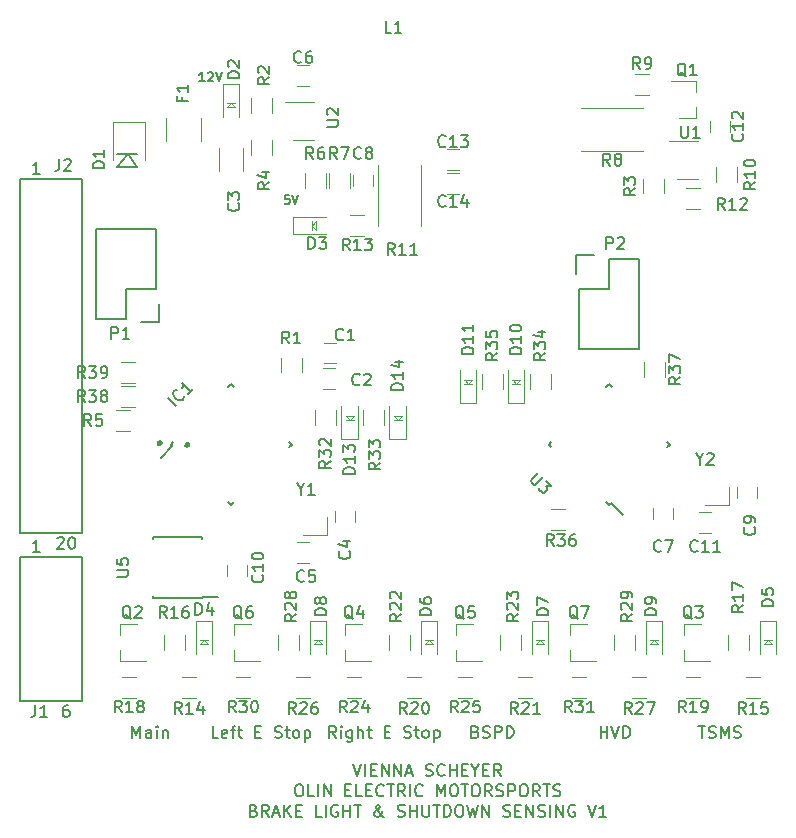
<source format=gbr>
G04 #@! TF.FileFunction,Legend,Top*
%FSLAX46Y46*%
G04 Gerber Fmt 4.6, Leading zero omitted, Abs format (unit mm)*
G04 Created by KiCad (PCBNEW 4.0.7-e2-6376~58~ubuntu16.04.1) date Fri Feb 16 15:49:58 2018*
%MOMM*%
%LPD*%
G01*
G04 APERTURE LIST*
%ADD10C,0.100000*%
%ADD11C,0.190500*%
%ADD12C,0.203200*%
%ADD13C,0.177800*%
%ADD14C,0.500000*%
%ADD15C,0.150000*%
%ADD16C,0.120000*%
%ADD17C,0.200000*%
G04 APERTURE END LIST*
D10*
D11*
X156703486Y-85104514D02*
X156268058Y-85104514D01*
X156485772Y-85104514D02*
X156485772Y-84342514D01*
X156413201Y-84451371D01*
X156340629Y-84523943D01*
X156268058Y-84560229D01*
X156993772Y-84415086D02*
X157030058Y-84378800D01*
X157102629Y-84342514D01*
X157284058Y-84342514D01*
X157356629Y-84378800D01*
X157392915Y-84415086D01*
X157429200Y-84487657D01*
X157429200Y-84560229D01*
X157392915Y-84669086D01*
X156957486Y-85104514D01*
X157429200Y-85104514D01*
X157646914Y-84342514D02*
X157900914Y-85104514D01*
X158154914Y-84342514D01*
X163888058Y-94756514D02*
X163525201Y-94756514D01*
X163488915Y-95119371D01*
X163525201Y-95083086D01*
X163597772Y-95046800D01*
X163779201Y-95046800D01*
X163851772Y-95083086D01*
X163888058Y-95119371D01*
X163924343Y-95191943D01*
X163924343Y-95373371D01*
X163888058Y-95445943D01*
X163851772Y-95482229D01*
X163779201Y-95518514D01*
X163597772Y-95518514D01*
X163525201Y-95482229D01*
X163488915Y-95445943D01*
X164142057Y-94756514D02*
X164396057Y-95518514D01*
X164650057Y-94756514D01*
D12*
X169276486Y-142928219D02*
X169615153Y-143944219D01*
X169953819Y-142928219D01*
X170292486Y-143944219D02*
X170292486Y-142928219D01*
X170776296Y-143412029D02*
X171114962Y-143412029D01*
X171260105Y-143944219D02*
X170776296Y-143944219D01*
X170776296Y-142928219D01*
X171260105Y-142928219D01*
X171695534Y-143944219D02*
X171695534Y-142928219D01*
X172276105Y-143944219D01*
X172276105Y-142928219D01*
X172759915Y-143944219D02*
X172759915Y-142928219D01*
X173340486Y-143944219D01*
X173340486Y-142928219D01*
X173775915Y-143653933D02*
X174259724Y-143653933D01*
X173679153Y-143944219D02*
X174017820Y-142928219D01*
X174356486Y-143944219D01*
X175420867Y-143895838D02*
X175566010Y-143944219D01*
X175807914Y-143944219D01*
X175904676Y-143895838D01*
X175953057Y-143847457D01*
X176001438Y-143750695D01*
X176001438Y-143653933D01*
X175953057Y-143557171D01*
X175904676Y-143508790D01*
X175807914Y-143460410D01*
X175614391Y-143412029D01*
X175517629Y-143363648D01*
X175469248Y-143315267D01*
X175420867Y-143218505D01*
X175420867Y-143121743D01*
X175469248Y-143024981D01*
X175517629Y-142976600D01*
X175614391Y-142928219D01*
X175856295Y-142928219D01*
X176001438Y-142976600D01*
X177017438Y-143847457D02*
X176969057Y-143895838D01*
X176823914Y-143944219D01*
X176727152Y-143944219D01*
X176582010Y-143895838D01*
X176485248Y-143799076D01*
X176436867Y-143702314D01*
X176388486Y-143508790D01*
X176388486Y-143363648D01*
X176436867Y-143170124D01*
X176485248Y-143073362D01*
X176582010Y-142976600D01*
X176727152Y-142928219D01*
X176823914Y-142928219D01*
X176969057Y-142976600D01*
X177017438Y-143024981D01*
X177452867Y-143944219D02*
X177452867Y-142928219D01*
X177452867Y-143412029D02*
X178033438Y-143412029D01*
X178033438Y-143944219D02*
X178033438Y-142928219D01*
X178517248Y-143412029D02*
X178855914Y-143412029D01*
X179001057Y-143944219D02*
X178517248Y-143944219D01*
X178517248Y-142928219D01*
X179001057Y-142928219D01*
X179630010Y-143460410D02*
X179630010Y-143944219D01*
X179291343Y-142928219D02*
X179630010Y-143460410D01*
X179968676Y-142928219D01*
X180307343Y-143412029D02*
X180646009Y-143412029D01*
X180791152Y-143944219D02*
X180307343Y-143944219D01*
X180307343Y-142928219D01*
X180791152Y-142928219D01*
X181807152Y-143944219D02*
X181468486Y-143460410D01*
X181226581Y-143944219D02*
X181226581Y-142928219D01*
X181613628Y-142928219D01*
X181710390Y-142976600D01*
X181758771Y-143024981D01*
X181807152Y-143121743D01*
X181807152Y-143266886D01*
X181758771Y-143363648D01*
X181710390Y-143412029D01*
X181613628Y-143460410D01*
X181226581Y-143460410D01*
X164607725Y-144655419D02*
X164801248Y-144655419D01*
X164898010Y-144703800D01*
X164994772Y-144800562D01*
X165043153Y-144994086D01*
X165043153Y-145332752D01*
X164994772Y-145526276D01*
X164898010Y-145623038D01*
X164801248Y-145671419D01*
X164607725Y-145671419D01*
X164510963Y-145623038D01*
X164414201Y-145526276D01*
X164365820Y-145332752D01*
X164365820Y-144994086D01*
X164414201Y-144800562D01*
X164510963Y-144703800D01*
X164607725Y-144655419D01*
X165962391Y-145671419D02*
X165478582Y-145671419D01*
X165478582Y-144655419D01*
X166301058Y-145671419D02*
X166301058Y-144655419D01*
X166784868Y-145671419D02*
X166784868Y-144655419D01*
X167365439Y-145671419D01*
X167365439Y-144655419D01*
X168623344Y-145139229D02*
X168962010Y-145139229D01*
X169107153Y-145671419D02*
X168623344Y-145671419D01*
X168623344Y-144655419D01*
X169107153Y-144655419D01*
X170026391Y-145671419D02*
X169542582Y-145671419D01*
X169542582Y-144655419D01*
X170365058Y-145139229D02*
X170703724Y-145139229D01*
X170848867Y-145671419D02*
X170365058Y-145671419D01*
X170365058Y-144655419D01*
X170848867Y-144655419D01*
X171864867Y-145574657D02*
X171816486Y-145623038D01*
X171671343Y-145671419D01*
X171574581Y-145671419D01*
X171429439Y-145623038D01*
X171332677Y-145526276D01*
X171284296Y-145429514D01*
X171235915Y-145235990D01*
X171235915Y-145090848D01*
X171284296Y-144897324D01*
X171332677Y-144800562D01*
X171429439Y-144703800D01*
X171574581Y-144655419D01*
X171671343Y-144655419D01*
X171816486Y-144703800D01*
X171864867Y-144752181D01*
X172155153Y-144655419D02*
X172735724Y-144655419D01*
X172445439Y-145671419D02*
X172445439Y-144655419D01*
X173654962Y-145671419D02*
X173316296Y-145187610D01*
X173074391Y-145671419D02*
X173074391Y-144655419D01*
X173461438Y-144655419D01*
X173558200Y-144703800D01*
X173606581Y-144752181D01*
X173654962Y-144848943D01*
X173654962Y-144994086D01*
X173606581Y-145090848D01*
X173558200Y-145139229D01*
X173461438Y-145187610D01*
X173074391Y-145187610D01*
X174090391Y-145671419D02*
X174090391Y-144655419D01*
X175154772Y-145574657D02*
X175106391Y-145623038D01*
X174961248Y-145671419D01*
X174864486Y-145671419D01*
X174719344Y-145623038D01*
X174622582Y-145526276D01*
X174574201Y-145429514D01*
X174525820Y-145235990D01*
X174525820Y-145090848D01*
X174574201Y-144897324D01*
X174622582Y-144800562D01*
X174719344Y-144703800D01*
X174864486Y-144655419D01*
X174961248Y-144655419D01*
X175106391Y-144703800D01*
X175154772Y-144752181D01*
X176364296Y-145671419D02*
X176364296Y-144655419D01*
X176702962Y-145381133D01*
X177041629Y-144655419D01*
X177041629Y-145671419D01*
X177718963Y-144655419D02*
X177912486Y-144655419D01*
X178009248Y-144703800D01*
X178106010Y-144800562D01*
X178154391Y-144994086D01*
X178154391Y-145332752D01*
X178106010Y-145526276D01*
X178009248Y-145623038D01*
X177912486Y-145671419D01*
X177718963Y-145671419D01*
X177622201Y-145623038D01*
X177525439Y-145526276D01*
X177477058Y-145332752D01*
X177477058Y-144994086D01*
X177525439Y-144800562D01*
X177622201Y-144703800D01*
X177718963Y-144655419D01*
X178444677Y-144655419D02*
X179025248Y-144655419D01*
X178734963Y-145671419D02*
X178734963Y-144655419D01*
X179557439Y-144655419D02*
X179750962Y-144655419D01*
X179847724Y-144703800D01*
X179944486Y-144800562D01*
X179992867Y-144994086D01*
X179992867Y-145332752D01*
X179944486Y-145526276D01*
X179847724Y-145623038D01*
X179750962Y-145671419D01*
X179557439Y-145671419D01*
X179460677Y-145623038D01*
X179363915Y-145526276D01*
X179315534Y-145332752D01*
X179315534Y-144994086D01*
X179363915Y-144800562D01*
X179460677Y-144703800D01*
X179557439Y-144655419D01*
X181008867Y-145671419D02*
X180670201Y-145187610D01*
X180428296Y-145671419D02*
X180428296Y-144655419D01*
X180815343Y-144655419D01*
X180912105Y-144703800D01*
X180960486Y-144752181D01*
X181008867Y-144848943D01*
X181008867Y-144994086D01*
X180960486Y-145090848D01*
X180912105Y-145139229D01*
X180815343Y-145187610D01*
X180428296Y-145187610D01*
X181395915Y-145623038D02*
X181541058Y-145671419D01*
X181782962Y-145671419D01*
X181879724Y-145623038D01*
X181928105Y-145574657D01*
X181976486Y-145477895D01*
X181976486Y-145381133D01*
X181928105Y-145284371D01*
X181879724Y-145235990D01*
X181782962Y-145187610D01*
X181589439Y-145139229D01*
X181492677Y-145090848D01*
X181444296Y-145042467D01*
X181395915Y-144945705D01*
X181395915Y-144848943D01*
X181444296Y-144752181D01*
X181492677Y-144703800D01*
X181589439Y-144655419D01*
X181831343Y-144655419D01*
X181976486Y-144703800D01*
X182411915Y-145671419D02*
X182411915Y-144655419D01*
X182798962Y-144655419D01*
X182895724Y-144703800D01*
X182944105Y-144752181D01*
X182992486Y-144848943D01*
X182992486Y-144994086D01*
X182944105Y-145090848D01*
X182895724Y-145139229D01*
X182798962Y-145187610D01*
X182411915Y-145187610D01*
X183621439Y-144655419D02*
X183814962Y-144655419D01*
X183911724Y-144703800D01*
X184008486Y-144800562D01*
X184056867Y-144994086D01*
X184056867Y-145332752D01*
X184008486Y-145526276D01*
X183911724Y-145623038D01*
X183814962Y-145671419D01*
X183621439Y-145671419D01*
X183524677Y-145623038D01*
X183427915Y-145526276D01*
X183379534Y-145332752D01*
X183379534Y-144994086D01*
X183427915Y-144800562D01*
X183524677Y-144703800D01*
X183621439Y-144655419D01*
X185072867Y-145671419D02*
X184734201Y-145187610D01*
X184492296Y-145671419D02*
X184492296Y-144655419D01*
X184879343Y-144655419D01*
X184976105Y-144703800D01*
X185024486Y-144752181D01*
X185072867Y-144848943D01*
X185072867Y-144994086D01*
X185024486Y-145090848D01*
X184976105Y-145139229D01*
X184879343Y-145187610D01*
X184492296Y-145187610D01*
X185363153Y-144655419D02*
X185943724Y-144655419D01*
X185653439Y-145671419D02*
X185653439Y-144655419D01*
X186234010Y-145623038D02*
X186379153Y-145671419D01*
X186621057Y-145671419D01*
X186717819Y-145623038D01*
X186766200Y-145574657D01*
X186814581Y-145477895D01*
X186814581Y-145381133D01*
X186766200Y-145284371D01*
X186717819Y-145235990D01*
X186621057Y-145187610D01*
X186427534Y-145139229D01*
X186330772Y-145090848D01*
X186282391Y-145042467D01*
X186234010Y-144945705D01*
X186234010Y-144848943D01*
X186282391Y-144752181D01*
X186330772Y-144703800D01*
X186427534Y-144655419D01*
X186669438Y-144655419D01*
X186814581Y-144703800D01*
X160858200Y-146866429D02*
X161003343Y-146914810D01*
X161051724Y-146963190D01*
X161100105Y-147059952D01*
X161100105Y-147205095D01*
X161051724Y-147301857D01*
X161003343Y-147350238D01*
X160906581Y-147398619D01*
X160519534Y-147398619D01*
X160519534Y-146382619D01*
X160858200Y-146382619D01*
X160954962Y-146431000D01*
X161003343Y-146479381D01*
X161051724Y-146576143D01*
X161051724Y-146672905D01*
X161003343Y-146769667D01*
X160954962Y-146818048D01*
X160858200Y-146866429D01*
X160519534Y-146866429D01*
X162116105Y-147398619D02*
X161777439Y-146914810D01*
X161535534Y-147398619D02*
X161535534Y-146382619D01*
X161922581Y-146382619D01*
X162019343Y-146431000D01*
X162067724Y-146479381D01*
X162116105Y-146576143D01*
X162116105Y-146721286D01*
X162067724Y-146818048D01*
X162019343Y-146866429D01*
X161922581Y-146914810D01*
X161535534Y-146914810D01*
X162503153Y-147108333D02*
X162986962Y-147108333D01*
X162406391Y-147398619D02*
X162745058Y-146382619D01*
X163083724Y-147398619D01*
X163422391Y-147398619D02*
X163422391Y-146382619D01*
X164002962Y-147398619D02*
X163567534Y-146818048D01*
X164002962Y-146382619D02*
X163422391Y-146963190D01*
X164438391Y-146866429D02*
X164777057Y-146866429D01*
X164922200Y-147398619D02*
X164438391Y-147398619D01*
X164438391Y-146382619D01*
X164922200Y-146382619D01*
X166615533Y-147398619D02*
X166131724Y-147398619D01*
X166131724Y-146382619D01*
X166954200Y-147398619D02*
X166954200Y-146382619D01*
X167970200Y-146431000D02*
X167873438Y-146382619D01*
X167728295Y-146382619D01*
X167583153Y-146431000D01*
X167486391Y-146527762D01*
X167438010Y-146624524D01*
X167389629Y-146818048D01*
X167389629Y-146963190D01*
X167438010Y-147156714D01*
X167486391Y-147253476D01*
X167583153Y-147350238D01*
X167728295Y-147398619D01*
X167825057Y-147398619D01*
X167970200Y-147350238D01*
X168018581Y-147301857D01*
X168018581Y-146963190D01*
X167825057Y-146963190D01*
X168454010Y-147398619D02*
X168454010Y-146382619D01*
X168454010Y-146866429D02*
X169034581Y-146866429D01*
X169034581Y-147398619D02*
X169034581Y-146382619D01*
X169373248Y-146382619D02*
X169953819Y-146382619D01*
X169663534Y-147398619D02*
X169663534Y-146382619D01*
X171889057Y-147398619D02*
X171840676Y-147398619D01*
X171743914Y-147350238D01*
X171598771Y-147205095D01*
X171356866Y-146914810D01*
X171260105Y-146769667D01*
X171211724Y-146624524D01*
X171211724Y-146527762D01*
X171260105Y-146431000D01*
X171356866Y-146382619D01*
X171405247Y-146382619D01*
X171502009Y-146431000D01*
X171550390Y-146527762D01*
X171550390Y-146576143D01*
X171502009Y-146672905D01*
X171453628Y-146721286D01*
X171163343Y-146914810D01*
X171114962Y-146963190D01*
X171066581Y-147059952D01*
X171066581Y-147205095D01*
X171114962Y-147301857D01*
X171163343Y-147350238D01*
X171260105Y-147398619D01*
X171405247Y-147398619D01*
X171502009Y-147350238D01*
X171550390Y-147301857D01*
X171695533Y-147108333D01*
X171743914Y-146963190D01*
X171743914Y-146866429D01*
X173050200Y-147350238D02*
X173195343Y-147398619D01*
X173437247Y-147398619D01*
X173534009Y-147350238D01*
X173582390Y-147301857D01*
X173630771Y-147205095D01*
X173630771Y-147108333D01*
X173582390Y-147011571D01*
X173534009Y-146963190D01*
X173437247Y-146914810D01*
X173243724Y-146866429D01*
X173146962Y-146818048D01*
X173098581Y-146769667D01*
X173050200Y-146672905D01*
X173050200Y-146576143D01*
X173098581Y-146479381D01*
X173146962Y-146431000D01*
X173243724Y-146382619D01*
X173485628Y-146382619D01*
X173630771Y-146431000D01*
X174066200Y-147398619D02*
X174066200Y-146382619D01*
X174066200Y-146866429D02*
X174646771Y-146866429D01*
X174646771Y-147398619D02*
X174646771Y-146382619D01*
X175130581Y-146382619D02*
X175130581Y-147205095D01*
X175178962Y-147301857D01*
X175227343Y-147350238D01*
X175324105Y-147398619D01*
X175517628Y-147398619D01*
X175614390Y-147350238D01*
X175662771Y-147301857D01*
X175711152Y-147205095D01*
X175711152Y-146382619D01*
X176049819Y-146382619D02*
X176630390Y-146382619D01*
X176340105Y-147398619D02*
X176340105Y-146382619D01*
X176969057Y-147398619D02*
X176969057Y-146382619D01*
X177210962Y-146382619D01*
X177356104Y-146431000D01*
X177452866Y-146527762D01*
X177501247Y-146624524D01*
X177549628Y-146818048D01*
X177549628Y-146963190D01*
X177501247Y-147156714D01*
X177452866Y-147253476D01*
X177356104Y-147350238D01*
X177210962Y-147398619D01*
X176969057Y-147398619D01*
X178178581Y-146382619D02*
X178372104Y-146382619D01*
X178468866Y-146431000D01*
X178565628Y-146527762D01*
X178614009Y-146721286D01*
X178614009Y-147059952D01*
X178565628Y-147253476D01*
X178468866Y-147350238D01*
X178372104Y-147398619D01*
X178178581Y-147398619D01*
X178081819Y-147350238D01*
X177985057Y-147253476D01*
X177936676Y-147059952D01*
X177936676Y-146721286D01*
X177985057Y-146527762D01*
X178081819Y-146431000D01*
X178178581Y-146382619D01*
X178952676Y-146382619D02*
X179194581Y-147398619D01*
X179388104Y-146672905D01*
X179581628Y-147398619D01*
X179823533Y-146382619D01*
X180210581Y-147398619D02*
X180210581Y-146382619D01*
X180791152Y-147398619D01*
X180791152Y-146382619D01*
X182000676Y-147350238D02*
X182145819Y-147398619D01*
X182387723Y-147398619D01*
X182484485Y-147350238D01*
X182532866Y-147301857D01*
X182581247Y-147205095D01*
X182581247Y-147108333D01*
X182532866Y-147011571D01*
X182484485Y-146963190D01*
X182387723Y-146914810D01*
X182194200Y-146866429D01*
X182097438Y-146818048D01*
X182049057Y-146769667D01*
X182000676Y-146672905D01*
X182000676Y-146576143D01*
X182049057Y-146479381D01*
X182097438Y-146431000D01*
X182194200Y-146382619D01*
X182436104Y-146382619D01*
X182581247Y-146431000D01*
X183016676Y-146866429D02*
X183355342Y-146866429D01*
X183500485Y-147398619D02*
X183016676Y-147398619D01*
X183016676Y-146382619D01*
X183500485Y-146382619D01*
X183935914Y-147398619D02*
X183935914Y-146382619D01*
X184516485Y-147398619D01*
X184516485Y-146382619D01*
X184951914Y-147350238D02*
X185097057Y-147398619D01*
X185338961Y-147398619D01*
X185435723Y-147350238D01*
X185484104Y-147301857D01*
X185532485Y-147205095D01*
X185532485Y-147108333D01*
X185484104Y-147011571D01*
X185435723Y-146963190D01*
X185338961Y-146914810D01*
X185145438Y-146866429D01*
X185048676Y-146818048D01*
X185000295Y-146769667D01*
X184951914Y-146672905D01*
X184951914Y-146576143D01*
X185000295Y-146479381D01*
X185048676Y-146431000D01*
X185145438Y-146382619D01*
X185387342Y-146382619D01*
X185532485Y-146431000D01*
X185967914Y-147398619D02*
X185967914Y-146382619D01*
X186451724Y-147398619D02*
X186451724Y-146382619D01*
X187032295Y-147398619D01*
X187032295Y-146382619D01*
X188048295Y-146431000D02*
X187951533Y-146382619D01*
X187806390Y-146382619D01*
X187661248Y-146431000D01*
X187564486Y-146527762D01*
X187516105Y-146624524D01*
X187467724Y-146818048D01*
X187467724Y-146963190D01*
X187516105Y-147156714D01*
X187564486Y-147253476D01*
X187661248Y-147350238D01*
X187806390Y-147398619D01*
X187903152Y-147398619D01*
X188048295Y-147350238D01*
X188096676Y-147301857D01*
X188096676Y-146963190D01*
X187903152Y-146963190D01*
X189161057Y-146382619D02*
X189499724Y-147398619D01*
X189838390Y-146382619D01*
X190709247Y-147398619D02*
X190128676Y-147398619D01*
X190418962Y-147398619D02*
X190418962Y-146382619D01*
X190322200Y-146527762D01*
X190225438Y-146624524D01*
X190128676Y-146672905D01*
D13*
X198516724Y-139702419D02*
X199097295Y-139702419D01*
X198807010Y-140718419D02*
X198807010Y-139702419D01*
X199387581Y-140670038D02*
X199532724Y-140718419D01*
X199774628Y-140718419D01*
X199871390Y-140670038D01*
X199919771Y-140621657D01*
X199968152Y-140524895D01*
X199968152Y-140428133D01*
X199919771Y-140331371D01*
X199871390Y-140282990D01*
X199774628Y-140234610D01*
X199581105Y-140186229D01*
X199484343Y-140137848D01*
X199435962Y-140089467D01*
X199387581Y-139992705D01*
X199387581Y-139895943D01*
X199435962Y-139799181D01*
X199484343Y-139750800D01*
X199581105Y-139702419D01*
X199823009Y-139702419D01*
X199968152Y-139750800D01*
X200403581Y-140718419D02*
X200403581Y-139702419D01*
X200742247Y-140428133D01*
X201080914Y-139702419D01*
X201080914Y-140718419D01*
X201516343Y-140670038D02*
X201661486Y-140718419D01*
X201903390Y-140718419D01*
X202000152Y-140670038D01*
X202048533Y-140621657D01*
X202096914Y-140524895D01*
X202096914Y-140428133D01*
X202048533Y-140331371D01*
X202000152Y-140282990D01*
X201903390Y-140234610D01*
X201709867Y-140186229D01*
X201613105Y-140137848D01*
X201564724Y-140089467D01*
X201516343Y-139992705D01*
X201516343Y-139895943D01*
X201564724Y-139799181D01*
X201613105Y-139750800D01*
X201709867Y-139702419D01*
X201951771Y-139702419D01*
X202096914Y-139750800D01*
X190231486Y-140718419D02*
X190231486Y-139702419D01*
X190231486Y-140186229D02*
X190812057Y-140186229D01*
X190812057Y-140718419D02*
X190812057Y-139702419D01*
X191150724Y-139702419D02*
X191489391Y-140718419D01*
X191828057Y-139702419D01*
X192166724Y-140718419D02*
X192166724Y-139702419D01*
X192408629Y-139702419D01*
X192553771Y-139750800D01*
X192650533Y-139847562D01*
X192698914Y-139944324D01*
X192747295Y-140137848D01*
X192747295Y-140282990D01*
X192698914Y-140476514D01*
X192650533Y-140573276D01*
X192553771Y-140670038D01*
X192408629Y-140718419D01*
X192166724Y-140718419D01*
X179623962Y-140186229D02*
X179769105Y-140234610D01*
X179817486Y-140282990D01*
X179865867Y-140379752D01*
X179865867Y-140524895D01*
X179817486Y-140621657D01*
X179769105Y-140670038D01*
X179672343Y-140718419D01*
X179285296Y-140718419D01*
X179285296Y-139702419D01*
X179623962Y-139702419D01*
X179720724Y-139750800D01*
X179769105Y-139799181D01*
X179817486Y-139895943D01*
X179817486Y-139992705D01*
X179769105Y-140089467D01*
X179720724Y-140137848D01*
X179623962Y-140186229D01*
X179285296Y-140186229D01*
X180252915Y-140670038D02*
X180398058Y-140718419D01*
X180639962Y-140718419D01*
X180736724Y-140670038D01*
X180785105Y-140621657D01*
X180833486Y-140524895D01*
X180833486Y-140428133D01*
X180785105Y-140331371D01*
X180736724Y-140282990D01*
X180639962Y-140234610D01*
X180446439Y-140186229D01*
X180349677Y-140137848D01*
X180301296Y-140089467D01*
X180252915Y-139992705D01*
X180252915Y-139895943D01*
X180301296Y-139799181D01*
X180349677Y-139750800D01*
X180446439Y-139702419D01*
X180688343Y-139702419D01*
X180833486Y-139750800D01*
X181268915Y-140718419D02*
X181268915Y-139702419D01*
X181655962Y-139702419D01*
X181752724Y-139750800D01*
X181801105Y-139799181D01*
X181849486Y-139895943D01*
X181849486Y-140041086D01*
X181801105Y-140137848D01*
X181752724Y-140186229D01*
X181655962Y-140234610D01*
X181268915Y-140234610D01*
X182284915Y-140718419D02*
X182284915Y-139702419D01*
X182526820Y-139702419D01*
X182671962Y-139750800D01*
X182768724Y-139847562D01*
X182817105Y-139944324D01*
X182865486Y-140137848D01*
X182865486Y-140282990D01*
X182817105Y-140476514D01*
X182768724Y-140573276D01*
X182671962Y-140670038D01*
X182526820Y-140718419D01*
X182284915Y-140718419D01*
X167843201Y-140718419D02*
X167504535Y-140234610D01*
X167262630Y-140718419D02*
X167262630Y-139702419D01*
X167649677Y-139702419D01*
X167746439Y-139750800D01*
X167794820Y-139799181D01*
X167843201Y-139895943D01*
X167843201Y-140041086D01*
X167794820Y-140137848D01*
X167746439Y-140186229D01*
X167649677Y-140234610D01*
X167262630Y-140234610D01*
X168278630Y-140718419D02*
X168278630Y-140041086D01*
X168278630Y-139702419D02*
X168230249Y-139750800D01*
X168278630Y-139799181D01*
X168327011Y-139750800D01*
X168278630Y-139702419D01*
X168278630Y-139799181D01*
X169197868Y-140041086D02*
X169197868Y-140863562D01*
X169149487Y-140960324D01*
X169101106Y-141008705D01*
X169004345Y-141057086D01*
X168859202Y-141057086D01*
X168762440Y-141008705D01*
X169197868Y-140670038D02*
X169101106Y-140718419D01*
X168907583Y-140718419D01*
X168810821Y-140670038D01*
X168762440Y-140621657D01*
X168714059Y-140524895D01*
X168714059Y-140234610D01*
X168762440Y-140137848D01*
X168810821Y-140089467D01*
X168907583Y-140041086D01*
X169101106Y-140041086D01*
X169197868Y-140089467D01*
X169681678Y-140718419D02*
X169681678Y-139702419D01*
X170117106Y-140718419D02*
X170117106Y-140186229D01*
X170068725Y-140089467D01*
X169971963Y-140041086D01*
X169826821Y-140041086D01*
X169730059Y-140089467D01*
X169681678Y-140137848D01*
X170455773Y-140041086D02*
X170842821Y-140041086D01*
X170600916Y-139702419D02*
X170600916Y-140573276D01*
X170649297Y-140670038D01*
X170746059Y-140718419D01*
X170842821Y-140718419D01*
X171955582Y-140186229D02*
X172294248Y-140186229D01*
X172439391Y-140718419D02*
X171955582Y-140718419D01*
X171955582Y-139702419D01*
X172439391Y-139702419D01*
X173600534Y-140670038D02*
X173745677Y-140718419D01*
X173987581Y-140718419D01*
X174084343Y-140670038D01*
X174132724Y-140621657D01*
X174181105Y-140524895D01*
X174181105Y-140428133D01*
X174132724Y-140331371D01*
X174084343Y-140282990D01*
X173987581Y-140234610D01*
X173794058Y-140186229D01*
X173697296Y-140137848D01*
X173648915Y-140089467D01*
X173600534Y-139992705D01*
X173600534Y-139895943D01*
X173648915Y-139799181D01*
X173697296Y-139750800D01*
X173794058Y-139702419D01*
X174035962Y-139702419D01*
X174181105Y-139750800D01*
X174471391Y-140041086D02*
X174858439Y-140041086D01*
X174616534Y-139702419D02*
X174616534Y-140573276D01*
X174664915Y-140670038D01*
X174761677Y-140718419D01*
X174858439Y-140718419D01*
X175342248Y-140718419D02*
X175245486Y-140670038D01*
X175197105Y-140621657D01*
X175148724Y-140524895D01*
X175148724Y-140234610D01*
X175197105Y-140137848D01*
X175245486Y-140089467D01*
X175342248Y-140041086D01*
X175487390Y-140041086D01*
X175584152Y-140089467D01*
X175632533Y-140137848D01*
X175680914Y-140234610D01*
X175680914Y-140524895D01*
X175632533Y-140621657D01*
X175584152Y-140670038D01*
X175487390Y-140718419D01*
X175342248Y-140718419D01*
X176116343Y-140041086D02*
X176116343Y-141057086D01*
X176116343Y-140089467D02*
X176213105Y-140041086D01*
X176406628Y-140041086D01*
X176503390Y-140089467D01*
X176551771Y-140137848D01*
X176600152Y-140234610D01*
X176600152Y-140524895D01*
X176551771Y-140621657D01*
X176503390Y-140670038D01*
X176406628Y-140718419D01*
X176213105Y-140718419D01*
X176116343Y-140670038D01*
X157864630Y-140718419D02*
X157380821Y-140718419D01*
X157380821Y-139702419D01*
X158590344Y-140670038D02*
X158493582Y-140718419D01*
X158300059Y-140718419D01*
X158203297Y-140670038D01*
X158154916Y-140573276D01*
X158154916Y-140186229D01*
X158203297Y-140089467D01*
X158300059Y-140041086D01*
X158493582Y-140041086D01*
X158590344Y-140089467D01*
X158638725Y-140186229D01*
X158638725Y-140282990D01*
X158154916Y-140379752D01*
X158929011Y-140041086D02*
X159316059Y-140041086D01*
X159074154Y-140718419D02*
X159074154Y-139847562D01*
X159122535Y-139750800D01*
X159219297Y-139702419D01*
X159316059Y-139702419D01*
X159509582Y-140041086D02*
X159896630Y-140041086D01*
X159654725Y-139702419D02*
X159654725Y-140573276D01*
X159703106Y-140670038D01*
X159799868Y-140718419D01*
X159896630Y-140718419D01*
X161009391Y-140186229D02*
X161348057Y-140186229D01*
X161493200Y-140718419D02*
X161009391Y-140718419D01*
X161009391Y-139702419D01*
X161493200Y-139702419D01*
X162654343Y-140670038D02*
X162799486Y-140718419D01*
X163041390Y-140718419D01*
X163138152Y-140670038D01*
X163186533Y-140621657D01*
X163234914Y-140524895D01*
X163234914Y-140428133D01*
X163186533Y-140331371D01*
X163138152Y-140282990D01*
X163041390Y-140234610D01*
X162847867Y-140186229D01*
X162751105Y-140137848D01*
X162702724Y-140089467D01*
X162654343Y-139992705D01*
X162654343Y-139895943D01*
X162702724Y-139799181D01*
X162751105Y-139750800D01*
X162847867Y-139702419D01*
X163089771Y-139702419D01*
X163234914Y-139750800D01*
X163525200Y-140041086D02*
X163912248Y-140041086D01*
X163670343Y-139702419D02*
X163670343Y-140573276D01*
X163718724Y-140670038D01*
X163815486Y-140718419D01*
X163912248Y-140718419D01*
X164396057Y-140718419D02*
X164299295Y-140670038D01*
X164250914Y-140621657D01*
X164202533Y-140524895D01*
X164202533Y-140234610D01*
X164250914Y-140137848D01*
X164299295Y-140089467D01*
X164396057Y-140041086D01*
X164541199Y-140041086D01*
X164637961Y-140089467D01*
X164686342Y-140137848D01*
X164734723Y-140234610D01*
X164734723Y-140524895D01*
X164686342Y-140621657D01*
X164637961Y-140670038D01*
X164541199Y-140718419D01*
X164396057Y-140718419D01*
X165170152Y-140041086D02*
X165170152Y-141057086D01*
X165170152Y-140089467D02*
X165266914Y-140041086D01*
X165460437Y-140041086D01*
X165557199Y-140089467D01*
X165605580Y-140137848D01*
X165653961Y-140234610D01*
X165653961Y-140524895D01*
X165605580Y-140621657D01*
X165557199Y-140670038D01*
X165460437Y-140718419D01*
X165266914Y-140718419D01*
X165170152Y-140670038D01*
X150595391Y-140718419D02*
X150595391Y-139702419D01*
X150934057Y-140428133D01*
X151272724Y-139702419D01*
X151272724Y-140718419D01*
X152191962Y-140718419D02*
X152191962Y-140186229D01*
X152143581Y-140089467D01*
X152046819Y-140041086D01*
X151853296Y-140041086D01*
X151756534Y-140089467D01*
X152191962Y-140670038D02*
X152095200Y-140718419D01*
X151853296Y-140718419D01*
X151756534Y-140670038D01*
X151708153Y-140573276D01*
X151708153Y-140476514D01*
X151756534Y-140379752D01*
X151853296Y-140331371D01*
X152095200Y-140331371D01*
X152191962Y-140282990D01*
X152675772Y-140718419D02*
X152675772Y-140041086D01*
X152675772Y-139702419D02*
X152627391Y-139750800D01*
X152675772Y-139799181D01*
X152724153Y-139750800D01*
X152675772Y-139702419D01*
X152675772Y-139799181D01*
X153159582Y-140041086D02*
X153159582Y-140718419D01*
X153159582Y-140137848D02*
X153207963Y-140089467D01*
X153304725Y-140041086D01*
X153449867Y-140041086D01*
X153546629Y-140089467D01*
X153595010Y-140186229D01*
X153595010Y-140718419D01*
D14*
X155250254Y-115892761D02*
G75*
G03X155250254Y-115892761I-50801J0D01*
G01*
X152915386Y-115749076D02*
G75*
G03X152915386Y-115749076I-50800J0D01*
G01*
D15*
X153826676Y-115874800D02*
X153985775Y-116033899D01*
X158953200Y-110748276D02*
X159183010Y-110978086D01*
X164079724Y-115874800D02*
X163849914Y-115644990D01*
X158953200Y-121001324D02*
X158723390Y-120771514D01*
X153826676Y-115874800D02*
X154056486Y-115644990D01*
X158953200Y-121001324D02*
X159183010Y-120771514D01*
X164079724Y-115874800D02*
X163849914Y-116104610D01*
X158953200Y-110748276D02*
X158723390Y-110978086D01*
X153985775Y-116033899D02*
X152978148Y-117041526D01*
D16*
X167835200Y-107277800D02*
X166835200Y-107277800D01*
X166835200Y-108977800D02*
X167835200Y-108977800D01*
X167708200Y-109436800D02*
X166708200Y-109436800D01*
X166708200Y-111136800D02*
X167708200Y-111136800D01*
X159973200Y-92744800D02*
X159973200Y-90744800D01*
X157933200Y-90744800D02*
X157933200Y-92744800D01*
X169455200Y-122470800D02*
X169455200Y-121470800D01*
X167755200Y-121470800D02*
X167755200Y-122470800D01*
X165549200Y-124168800D02*
X164549200Y-124168800D01*
X164549200Y-125868800D02*
X165549200Y-125868800D01*
X164549200Y-85482800D02*
X165549200Y-85482800D01*
X165549200Y-83782800D02*
X164549200Y-83782800D01*
X196379200Y-122216800D02*
X196379200Y-121216800D01*
X194679200Y-121216800D02*
X194679200Y-122216800D01*
X170979200Y-94022800D02*
X170979200Y-93022800D01*
X169279200Y-93022800D02*
X169279200Y-94022800D01*
X203491200Y-120438800D02*
X203491200Y-119438800D01*
X201791200Y-119438800D02*
X201791200Y-120438800D01*
X160311200Y-127042800D02*
X160311200Y-126042800D01*
X158611200Y-126042800D02*
X158611200Y-127042800D01*
X199585200Y-121628800D02*
X198585200Y-121628800D01*
X198585200Y-123328800D02*
X199585200Y-123328800D01*
D17*
X149317200Y-92344800D02*
X150217200Y-91244800D01*
X151017200Y-92344800D02*
X149317200Y-92344800D01*
X150217200Y-91244800D02*
X151017200Y-92344800D01*
X151017200Y-91244800D02*
X149317200Y-91244800D01*
D16*
X151650700Y-88569800D02*
X148983700Y-88569800D01*
X148983700Y-88569800D02*
X148983700Y-91744800D01*
X151650700Y-88569800D02*
X151650700Y-91744800D01*
D10*
X158603200Y-86972800D02*
X158953200Y-86972800D01*
X158953200Y-86972800D02*
X159303200Y-86972800D01*
X158603200Y-87322800D02*
X158953200Y-86972800D01*
X158653200Y-87322800D02*
X158603200Y-87322800D01*
X158603200Y-87322800D02*
X158653200Y-87322800D01*
X159303200Y-87322800D02*
X158653200Y-87322800D01*
X159253200Y-87272800D02*
X159303200Y-87322800D01*
X158953200Y-86972800D02*
X159253200Y-87272800D01*
D16*
X159653200Y-85372800D02*
X158253200Y-85372800D01*
X158253200Y-85372800D02*
X158253200Y-88172800D01*
X159653200Y-85372800D02*
X159653200Y-88172800D01*
D10*
X165781200Y-97682800D02*
X165781200Y-97332800D01*
X165781200Y-97332800D02*
X165781200Y-96982800D01*
X166131200Y-97682800D02*
X165781200Y-97332800D01*
X166131200Y-97632800D02*
X166131200Y-97682800D01*
X166131200Y-97682800D02*
X166131200Y-97632800D01*
X166131200Y-96982800D02*
X166131200Y-97632800D01*
X166081200Y-97032800D02*
X166131200Y-96982800D01*
X165781200Y-97332800D02*
X166081200Y-97032800D01*
D16*
X164181200Y-96632800D02*
X164181200Y-98032800D01*
X164181200Y-98032800D02*
X166981200Y-98032800D01*
X164181200Y-96632800D02*
X166981200Y-96632800D01*
D10*
X156317200Y-132438800D02*
X156667200Y-132438800D01*
X156667200Y-132438800D02*
X157017200Y-132438800D01*
X156317200Y-132788800D02*
X156667200Y-132438800D01*
X156367200Y-132788800D02*
X156317200Y-132788800D01*
X156317200Y-132788800D02*
X156367200Y-132788800D01*
X157017200Y-132788800D02*
X156367200Y-132788800D01*
X156967200Y-132738800D02*
X157017200Y-132788800D01*
X156667200Y-132438800D02*
X156967200Y-132738800D01*
D16*
X157367200Y-130838800D02*
X155967200Y-130838800D01*
X155967200Y-130838800D02*
X155967200Y-133638800D01*
X157367200Y-130838800D02*
X157367200Y-133638800D01*
D10*
X204069200Y-132438800D02*
X204419200Y-132438800D01*
X204419200Y-132438800D02*
X204769200Y-132438800D01*
X204069200Y-132788800D02*
X204419200Y-132438800D01*
X204119200Y-132788800D02*
X204069200Y-132788800D01*
X204069200Y-132788800D02*
X204119200Y-132788800D01*
X204769200Y-132788800D02*
X204119200Y-132788800D01*
X204719200Y-132738800D02*
X204769200Y-132788800D01*
X204419200Y-132438800D02*
X204719200Y-132738800D01*
D16*
X205119200Y-130838800D02*
X203719200Y-130838800D01*
X203719200Y-130838800D02*
X203719200Y-133638800D01*
X205119200Y-130838800D02*
X205119200Y-133638800D01*
D10*
X175367200Y-132438800D02*
X175717200Y-132438800D01*
X175717200Y-132438800D02*
X176067200Y-132438800D01*
X175367200Y-132788800D02*
X175717200Y-132438800D01*
X175417200Y-132788800D02*
X175367200Y-132788800D01*
X175367200Y-132788800D02*
X175417200Y-132788800D01*
X176067200Y-132788800D02*
X175417200Y-132788800D01*
X176017200Y-132738800D02*
X176067200Y-132788800D01*
X175717200Y-132438800D02*
X176017200Y-132738800D01*
D16*
X176417200Y-130838800D02*
X175017200Y-130838800D01*
X175017200Y-130838800D02*
X175017200Y-133638800D01*
X176417200Y-130838800D02*
X176417200Y-133638800D01*
D10*
X184765200Y-132438800D02*
X185115200Y-132438800D01*
X185115200Y-132438800D02*
X185465200Y-132438800D01*
X184765200Y-132788800D02*
X185115200Y-132438800D01*
X184815200Y-132788800D02*
X184765200Y-132788800D01*
X184765200Y-132788800D02*
X184815200Y-132788800D01*
X185465200Y-132788800D02*
X184815200Y-132788800D01*
X185415200Y-132738800D02*
X185465200Y-132788800D01*
X185115200Y-132438800D02*
X185415200Y-132738800D01*
D16*
X185815200Y-130838800D02*
X184415200Y-130838800D01*
X184415200Y-130838800D02*
X184415200Y-133638800D01*
X185815200Y-130838800D02*
X185815200Y-133638800D01*
D10*
X165969200Y-132438800D02*
X166319200Y-132438800D01*
X166319200Y-132438800D02*
X166669200Y-132438800D01*
X165969200Y-132788800D02*
X166319200Y-132438800D01*
X166019200Y-132788800D02*
X165969200Y-132788800D01*
X165969200Y-132788800D02*
X166019200Y-132788800D01*
X166669200Y-132788800D02*
X166019200Y-132788800D01*
X166619200Y-132738800D02*
X166669200Y-132788800D01*
X166319200Y-132438800D02*
X166619200Y-132738800D01*
D16*
X167019200Y-130838800D02*
X165619200Y-130838800D01*
X165619200Y-130838800D02*
X165619200Y-133638800D01*
X167019200Y-130838800D02*
X167019200Y-133638800D01*
D10*
X194417200Y-132438800D02*
X194767200Y-132438800D01*
X194767200Y-132438800D02*
X195117200Y-132438800D01*
X194417200Y-132788800D02*
X194767200Y-132438800D01*
X194467200Y-132788800D02*
X194417200Y-132788800D01*
X194417200Y-132788800D02*
X194467200Y-132788800D01*
X195117200Y-132788800D02*
X194467200Y-132788800D01*
X195067200Y-132738800D02*
X195117200Y-132788800D01*
X194767200Y-132438800D02*
X195067200Y-132738800D01*
D16*
X195467200Y-130838800D02*
X194067200Y-130838800D01*
X194067200Y-130838800D02*
X194067200Y-133638800D01*
X195467200Y-130838800D02*
X195467200Y-133638800D01*
D10*
X183433200Y-110740800D02*
X183083200Y-110740800D01*
X183083200Y-110740800D02*
X182733200Y-110740800D01*
X183433200Y-110390800D02*
X183083200Y-110740800D01*
X183383200Y-110390800D02*
X183433200Y-110390800D01*
X183433200Y-110390800D02*
X183383200Y-110390800D01*
X182733200Y-110390800D02*
X183383200Y-110390800D01*
X182783200Y-110440800D02*
X182733200Y-110390800D01*
X183083200Y-110740800D02*
X182783200Y-110440800D01*
D16*
X182383200Y-112340800D02*
X183783200Y-112340800D01*
X183783200Y-112340800D02*
X183783200Y-109540800D01*
X182383200Y-112340800D02*
X182383200Y-109540800D01*
D10*
X179369200Y-110740800D02*
X179019200Y-110740800D01*
X179019200Y-110740800D02*
X178669200Y-110740800D01*
X179369200Y-110390800D02*
X179019200Y-110740800D01*
X179319200Y-110390800D02*
X179369200Y-110390800D01*
X179369200Y-110390800D02*
X179319200Y-110390800D01*
X178669200Y-110390800D02*
X179319200Y-110390800D01*
X178719200Y-110440800D02*
X178669200Y-110390800D01*
X179019200Y-110740800D02*
X178719200Y-110440800D01*
D16*
X178319200Y-112340800D02*
X179719200Y-112340800D01*
X179719200Y-112340800D02*
X179719200Y-109540800D01*
X178319200Y-112340800D02*
X178319200Y-109540800D01*
D10*
X169336200Y-113788800D02*
X168986200Y-113788800D01*
X168986200Y-113788800D02*
X168636200Y-113788800D01*
X169336200Y-113438800D02*
X168986200Y-113788800D01*
X169286200Y-113438800D02*
X169336200Y-113438800D01*
X169336200Y-113438800D02*
X169286200Y-113438800D01*
X168636200Y-113438800D02*
X169286200Y-113438800D01*
X168686200Y-113488800D02*
X168636200Y-113438800D01*
X168986200Y-113788800D02*
X168686200Y-113488800D01*
D16*
X168286200Y-115388800D02*
X169686200Y-115388800D01*
X169686200Y-115388800D02*
X169686200Y-112588800D01*
X168286200Y-115388800D02*
X168286200Y-112588800D01*
D10*
X173400200Y-113788800D02*
X173050200Y-113788800D01*
X173050200Y-113788800D02*
X172700200Y-113788800D01*
X173400200Y-113438800D02*
X173050200Y-113788800D01*
X173350200Y-113438800D02*
X173400200Y-113438800D01*
X173400200Y-113438800D02*
X173350200Y-113438800D01*
X172700200Y-113438800D02*
X173350200Y-113438800D01*
X172750200Y-113488800D02*
X172700200Y-113438800D01*
X173050200Y-113788800D02*
X172750200Y-113488800D01*
D16*
X172350200Y-115388800D02*
X173750200Y-115388800D01*
X173750200Y-115388800D02*
X173750200Y-112588800D01*
X172350200Y-115388800D02*
X172350200Y-112588800D01*
X153409200Y-90204800D02*
X153409200Y-88204800D01*
X156369200Y-88204800D02*
X156369200Y-90204800D01*
D15*
X141063200Y-137610800D02*
X146363200Y-137610800D01*
X141063200Y-125380800D02*
X146363200Y-125380800D01*
X141063200Y-137610800D02*
X141063200Y-125380800D01*
X146363200Y-137610800D02*
X146363200Y-125380800D01*
X141063200Y-123386800D02*
X146363200Y-123386800D01*
X141063200Y-93376800D02*
X146363200Y-93376800D01*
X141063200Y-123386800D02*
X141063200Y-93376800D01*
X146363200Y-123386800D02*
X146363200Y-93376800D01*
X152603200Y-102666800D02*
X152603200Y-97586800D01*
X152883200Y-105486800D02*
X151333200Y-105486800D01*
X150063200Y-105206800D02*
X150063200Y-102666800D01*
X150063200Y-102666800D02*
X152603200Y-102666800D01*
X152603200Y-97586800D02*
X147523200Y-97586800D01*
X147523200Y-97586800D02*
X147523200Y-102666800D01*
X152883200Y-105486800D02*
X152883200Y-103936800D01*
X147523200Y-105206800D02*
X150063200Y-105206800D01*
X147523200Y-102666800D02*
X147523200Y-105206800D01*
X188417200Y-102666800D02*
X188417200Y-107746800D01*
X188137200Y-99846800D02*
X189687200Y-99846800D01*
X190957200Y-100126800D02*
X190957200Y-102666800D01*
X190957200Y-102666800D02*
X188417200Y-102666800D01*
X188417200Y-107746800D02*
X193497200Y-107746800D01*
X193497200Y-107746800D02*
X193497200Y-102666800D01*
X188137200Y-99846800D02*
X188137200Y-101396800D01*
X193497200Y-100126800D02*
X190957200Y-100126800D01*
X193497200Y-102666800D02*
X193497200Y-100126800D01*
D16*
X198321200Y-88244800D02*
X198321200Y-87314800D01*
X198321200Y-85084800D02*
X198321200Y-86014800D01*
X198321200Y-85084800D02*
X196161200Y-85084800D01*
X198321200Y-88244800D02*
X196861200Y-88244800D01*
X149557200Y-131058800D02*
X149557200Y-131988800D01*
X149557200Y-134218800D02*
X149557200Y-133288800D01*
X149557200Y-134218800D02*
X151717200Y-134218800D01*
X149557200Y-131058800D02*
X151017200Y-131058800D01*
X197309200Y-131058800D02*
X197309200Y-131988800D01*
X197309200Y-134218800D02*
X197309200Y-133288800D01*
X197309200Y-134218800D02*
X199469200Y-134218800D01*
X197309200Y-131058800D02*
X198769200Y-131058800D01*
X168607200Y-131058800D02*
X168607200Y-131988800D01*
X168607200Y-134218800D02*
X168607200Y-133288800D01*
X168607200Y-134218800D02*
X170767200Y-134218800D01*
X168607200Y-131058800D02*
X170067200Y-131058800D01*
X178005200Y-131058800D02*
X178005200Y-131988800D01*
X178005200Y-134218800D02*
X178005200Y-133288800D01*
X178005200Y-134218800D02*
X180165200Y-134218800D01*
X178005200Y-131058800D02*
X179465200Y-131058800D01*
X159209200Y-131058800D02*
X159209200Y-131988800D01*
X159209200Y-134218800D02*
X159209200Y-133288800D01*
X159209200Y-134218800D02*
X161369200Y-134218800D01*
X159209200Y-131058800D02*
X160669200Y-131058800D01*
X187657200Y-131058800D02*
X187657200Y-131988800D01*
X187657200Y-134218800D02*
X187657200Y-133288800D01*
X187657200Y-134218800D02*
X189817200Y-134218800D01*
X187657200Y-131058800D02*
X189117200Y-131058800D01*
X163153200Y-109743800D02*
X163153200Y-108543800D01*
X164913200Y-108543800D02*
X164913200Y-109743800D01*
X162373200Y-86572800D02*
X162373200Y-87772800D01*
X160613200Y-87772800D02*
X160613200Y-86572800D01*
X195581200Y-93364800D02*
X195581200Y-94564800D01*
X193821200Y-94564800D02*
X193821200Y-93364800D01*
X160613200Y-91328800D02*
X160613200Y-90128800D01*
X162373200Y-90128800D02*
X162373200Y-91328800D01*
X150409200Y-114722800D02*
X149209200Y-114722800D01*
X149209200Y-112962800D02*
X150409200Y-112962800D01*
X165185200Y-94122800D02*
X165185200Y-92922800D01*
X166945200Y-92922800D02*
X166945200Y-94122800D01*
X168977200Y-92922800D02*
X168977200Y-94122800D01*
X167217200Y-94122800D02*
X167217200Y-92922800D01*
X188611200Y-87384800D02*
X193811200Y-87384800D01*
X193811200Y-91024800D02*
X188611200Y-91024800D01*
X193151200Y-84514800D02*
X194351200Y-84514800D01*
X194351200Y-86274800D02*
X193151200Y-86274800D01*
X201743200Y-92414800D02*
X201743200Y-93614800D01*
X199983200Y-93614800D02*
X199983200Y-92414800D01*
X174997200Y-92192800D02*
X174997200Y-97392800D01*
X171357200Y-97392800D02*
X171357200Y-92192800D01*
X198669200Y-95926800D02*
X197469200Y-95926800D01*
X197469200Y-94166800D02*
X198669200Y-94166800D01*
X169021200Y-96452800D02*
X170221200Y-96452800D01*
X170221200Y-98212800D02*
X169021200Y-98212800D01*
X155997200Y-137328800D02*
X154797200Y-137328800D01*
X154797200Y-135568800D02*
X155997200Y-135568800D01*
X203749200Y-137328800D02*
X202549200Y-137328800D01*
X202549200Y-135568800D02*
X203749200Y-135568800D01*
X155007200Y-132038800D02*
X155007200Y-133238800D01*
X153247200Y-133238800D02*
X153247200Y-132038800D01*
X202759200Y-132038800D02*
X202759200Y-133238800D01*
X200999200Y-133238800D02*
X200999200Y-132038800D01*
X149717200Y-135568800D02*
X150917200Y-135568800D01*
X150917200Y-137328800D02*
X149717200Y-137328800D01*
X197469200Y-135568800D02*
X198669200Y-135568800D01*
X198669200Y-137328800D02*
X197469200Y-137328800D01*
X175047200Y-137328800D02*
X173847200Y-137328800D01*
X173847200Y-135568800D02*
X175047200Y-135568800D01*
X184445200Y-137328800D02*
X183245200Y-137328800D01*
X183245200Y-135568800D02*
X184445200Y-135568800D01*
X174057200Y-132038800D02*
X174057200Y-133238800D01*
X172297200Y-133238800D02*
X172297200Y-132038800D01*
X183455200Y-132038800D02*
X183455200Y-133238800D01*
X181695200Y-133238800D02*
X181695200Y-132038800D01*
X168767200Y-135568800D02*
X169967200Y-135568800D01*
X169967200Y-137328800D02*
X168767200Y-137328800D01*
X178165200Y-135568800D02*
X179365200Y-135568800D01*
X179365200Y-137328800D02*
X178165200Y-137328800D01*
X165649200Y-137328800D02*
X164449200Y-137328800D01*
X164449200Y-135568800D02*
X165649200Y-135568800D01*
X194097200Y-137328800D02*
X192897200Y-137328800D01*
X192897200Y-135568800D02*
X194097200Y-135568800D01*
X164659200Y-132038800D02*
X164659200Y-133238800D01*
X162899200Y-133238800D02*
X162899200Y-132038800D01*
X193107200Y-132038800D02*
X193107200Y-133238800D01*
X191347200Y-133238800D02*
X191347200Y-132038800D01*
X159369200Y-135568800D02*
X160569200Y-135568800D01*
X160569200Y-137328800D02*
X159369200Y-137328800D01*
X187817200Y-135568800D02*
X189017200Y-135568800D01*
X189017200Y-137328800D02*
X187817200Y-137328800D01*
X167834200Y-112988800D02*
X167834200Y-114188800D01*
X166074200Y-114188800D02*
X166074200Y-112988800D01*
X171898200Y-112988800D02*
X171898200Y-114188800D01*
X170138200Y-114188800D02*
X170138200Y-112988800D01*
X185995200Y-109940800D02*
X185995200Y-111140800D01*
X184235200Y-111140800D02*
X184235200Y-109940800D01*
X181931200Y-109940800D02*
X181931200Y-111140800D01*
X180171200Y-111140800D02*
X180171200Y-109940800D01*
X187239200Y-123104800D02*
X186039200Y-123104800D01*
X186039200Y-121344800D02*
X187239200Y-121344800D01*
X193887200Y-110124800D02*
X193887200Y-108924800D01*
X195647200Y-108924800D02*
X195647200Y-110124800D01*
X150851200Y-112690800D02*
X149651200Y-112690800D01*
X149651200Y-110930800D02*
X150851200Y-110930800D01*
X150851200Y-110658800D02*
X149651200Y-110658800D01*
X149651200Y-108898800D02*
X150851200Y-108898800D01*
X196661200Y-93354800D02*
X198461200Y-93354800D01*
X198461200Y-90134800D02*
X196011200Y-90134800D01*
X164149200Y-90052800D02*
X165949200Y-90052800D01*
X165949200Y-86832800D02*
X163499200Y-86832800D01*
D15*
X190957200Y-121001324D02*
X191116299Y-120842225D01*
X185830676Y-115874800D02*
X186060486Y-115644990D01*
X190957200Y-110748276D02*
X190727390Y-110978086D01*
X196083724Y-115874800D02*
X195853914Y-116104610D01*
X190957200Y-121001324D02*
X190727390Y-120771514D01*
X196083724Y-115874800D02*
X195853914Y-115644990D01*
X190957200Y-110748276D02*
X191187010Y-110978086D01*
X185830676Y-115874800D02*
X186060486Y-116104610D01*
X191116299Y-120842225D02*
X192123926Y-121849852D01*
X156456200Y-128863800D02*
X156456200Y-128813800D01*
X152306200Y-128863800D02*
X152306200Y-128718800D01*
X152306200Y-123713800D02*
X152306200Y-123858800D01*
X156456200Y-123713800D02*
X156456200Y-123858800D01*
X156456200Y-128863800D02*
X152306200Y-128863800D01*
X156456200Y-123713800D02*
X152306200Y-123713800D01*
X156456200Y-128813800D02*
X157856200Y-128813800D01*
D10*
X167049200Y-123570800D02*
X165049200Y-123570800D01*
X167049200Y-123570800D02*
X167049200Y-121970800D01*
X201085200Y-121030800D02*
X199085200Y-121030800D01*
X201085200Y-121030800D02*
X201085200Y-119430800D01*
D16*
X201205200Y-89450800D02*
X201205200Y-88450800D01*
X199505200Y-88450800D02*
X199505200Y-89450800D01*
X178249200Y-90894800D02*
X177249200Y-90894800D01*
X177249200Y-92594800D02*
X178249200Y-92594800D01*
X178249200Y-92926800D02*
X177249200Y-92926800D01*
X177249200Y-94626800D02*
X178249200Y-94626800D01*
D15*
X154304815Y-112606956D02*
X153597708Y-111899849D01*
X154978250Y-111798834D02*
X154978250Y-111866178D01*
X154910907Y-112000865D01*
X154843563Y-112068208D01*
X154708876Y-112135552D01*
X154574189Y-112135552D01*
X154473174Y-112101880D01*
X154304815Y-112000865D01*
X154203799Y-111899849D01*
X154102784Y-111731491D01*
X154069112Y-111630476D01*
X154069112Y-111495789D01*
X154136457Y-111361101D01*
X154203800Y-111293758D01*
X154338487Y-111226414D01*
X154405830Y-111226414D01*
X155719029Y-111192743D02*
X155314967Y-111596804D01*
X155516998Y-111394774D02*
X154809891Y-110687667D01*
X154843563Y-110856026D01*
X154843563Y-110990712D01*
X154809891Y-111091728D01*
X168438534Y-106960943D02*
X168390915Y-107008562D01*
X168248058Y-107056181D01*
X168152820Y-107056181D01*
X168009962Y-107008562D01*
X167914724Y-106913324D01*
X167867105Y-106818086D01*
X167819486Y-106627610D01*
X167819486Y-106484752D01*
X167867105Y-106294276D01*
X167914724Y-106199038D01*
X168009962Y-106103800D01*
X168152820Y-106056181D01*
X168248058Y-106056181D01*
X168390915Y-106103800D01*
X168438534Y-106151419D01*
X169390915Y-107056181D02*
X168819486Y-107056181D01*
X169105200Y-107056181D02*
X169105200Y-106056181D01*
X169009962Y-106199038D01*
X168914724Y-106294276D01*
X168819486Y-106341895D01*
X169835534Y-110770943D02*
X169787915Y-110818562D01*
X169645058Y-110866181D01*
X169549820Y-110866181D01*
X169406962Y-110818562D01*
X169311724Y-110723324D01*
X169264105Y-110628086D01*
X169216486Y-110437610D01*
X169216486Y-110294752D01*
X169264105Y-110104276D01*
X169311724Y-110009038D01*
X169406962Y-109913800D01*
X169549820Y-109866181D01*
X169645058Y-109866181D01*
X169787915Y-109913800D01*
X169835534Y-109961419D01*
X170216486Y-109961419D02*
X170264105Y-109913800D01*
X170359343Y-109866181D01*
X170597439Y-109866181D01*
X170692677Y-109913800D01*
X170740296Y-109961419D01*
X170787915Y-110056657D01*
X170787915Y-110151895D01*
X170740296Y-110294752D01*
X170168867Y-110866181D01*
X170787915Y-110866181D01*
X159564343Y-95467466D02*
X159611962Y-95515085D01*
X159659581Y-95657942D01*
X159659581Y-95753180D01*
X159611962Y-95896038D01*
X159516724Y-95991276D01*
X159421486Y-96038895D01*
X159231010Y-96086514D01*
X159088152Y-96086514D01*
X158897676Y-96038895D01*
X158802438Y-95991276D01*
X158707200Y-95896038D01*
X158659581Y-95753180D01*
X158659581Y-95657942D01*
X158707200Y-95515085D01*
X158754819Y-95467466D01*
X158659581Y-95134133D02*
X158659581Y-94515085D01*
X159040533Y-94848419D01*
X159040533Y-94705561D01*
X159088152Y-94610323D01*
X159135771Y-94562704D01*
X159231010Y-94515085D01*
X159469105Y-94515085D01*
X159564343Y-94562704D01*
X159611962Y-94610323D01*
X159659581Y-94705561D01*
X159659581Y-94991276D01*
X159611962Y-95086514D01*
X159564343Y-95134133D01*
X168962343Y-124931466D02*
X169009962Y-124979085D01*
X169057581Y-125121942D01*
X169057581Y-125217180D01*
X169009962Y-125360038D01*
X168914724Y-125455276D01*
X168819486Y-125502895D01*
X168629010Y-125550514D01*
X168486152Y-125550514D01*
X168295676Y-125502895D01*
X168200438Y-125455276D01*
X168105200Y-125360038D01*
X168057581Y-125217180D01*
X168057581Y-125121942D01*
X168105200Y-124979085D01*
X168152819Y-124931466D01*
X168390914Y-124074323D02*
X169057581Y-124074323D01*
X168009962Y-124312419D02*
X168724248Y-124550514D01*
X168724248Y-123931466D01*
X165136534Y-127407943D02*
X165088915Y-127455562D01*
X164946058Y-127503181D01*
X164850820Y-127503181D01*
X164707962Y-127455562D01*
X164612724Y-127360324D01*
X164565105Y-127265086D01*
X164517486Y-127074610D01*
X164517486Y-126931752D01*
X164565105Y-126741276D01*
X164612724Y-126646038D01*
X164707962Y-126550800D01*
X164850820Y-126503181D01*
X164946058Y-126503181D01*
X165088915Y-126550800D01*
X165136534Y-126598419D01*
X166041296Y-126503181D02*
X165565105Y-126503181D01*
X165517486Y-126979371D01*
X165565105Y-126931752D01*
X165660343Y-126884133D01*
X165898439Y-126884133D01*
X165993677Y-126931752D01*
X166041296Y-126979371D01*
X166088915Y-127074610D01*
X166088915Y-127312705D01*
X166041296Y-127407943D01*
X165993677Y-127455562D01*
X165898439Y-127503181D01*
X165660343Y-127503181D01*
X165565105Y-127455562D01*
X165517486Y-127407943D01*
X164882534Y-83465943D02*
X164834915Y-83513562D01*
X164692058Y-83561181D01*
X164596820Y-83561181D01*
X164453962Y-83513562D01*
X164358724Y-83418324D01*
X164311105Y-83323086D01*
X164263486Y-83132610D01*
X164263486Y-82989752D01*
X164311105Y-82799276D01*
X164358724Y-82704038D01*
X164453962Y-82608800D01*
X164596820Y-82561181D01*
X164692058Y-82561181D01*
X164834915Y-82608800D01*
X164882534Y-82656419D01*
X165739677Y-82561181D02*
X165549200Y-82561181D01*
X165453962Y-82608800D01*
X165406343Y-82656419D01*
X165311105Y-82799276D01*
X165263486Y-82989752D01*
X165263486Y-83370705D01*
X165311105Y-83465943D01*
X165358724Y-83513562D01*
X165453962Y-83561181D01*
X165644439Y-83561181D01*
X165739677Y-83513562D01*
X165787296Y-83465943D01*
X165834915Y-83370705D01*
X165834915Y-83132610D01*
X165787296Y-83037371D01*
X165739677Y-82989752D01*
X165644439Y-82942133D01*
X165453962Y-82942133D01*
X165358724Y-82989752D01*
X165311105Y-83037371D01*
X165263486Y-83132610D01*
X195362534Y-124867943D02*
X195314915Y-124915562D01*
X195172058Y-124963181D01*
X195076820Y-124963181D01*
X194933962Y-124915562D01*
X194838724Y-124820324D01*
X194791105Y-124725086D01*
X194743486Y-124534610D01*
X194743486Y-124391752D01*
X194791105Y-124201276D01*
X194838724Y-124106038D01*
X194933962Y-124010800D01*
X195076820Y-123963181D01*
X195172058Y-123963181D01*
X195314915Y-124010800D01*
X195362534Y-124058419D01*
X195695867Y-123963181D02*
X196362534Y-123963181D01*
X195933962Y-124963181D01*
X169962534Y-91593943D02*
X169914915Y-91641562D01*
X169772058Y-91689181D01*
X169676820Y-91689181D01*
X169533962Y-91641562D01*
X169438724Y-91546324D01*
X169391105Y-91451086D01*
X169343486Y-91260610D01*
X169343486Y-91117752D01*
X169391105Y-90927276D01*
X169438724Y-90832038D01*
X169533962Y-90736800D01*
X169676820Y-90689181D01*
X169772058Y-90689181D01*
X169914915Y-90736800D01*
X169962534Y-90784419D01*
X170533962Y-91117752D02*
X170438724Y-91070133D01*
X170391105Y-91022514D01*
X170343486Y-90927276D01*
X170343486Y-90879657D01*
X170391105Y-90784419D01*
X170438724Y-90736800D01*
X170533962Y-90689181D01*
X170724439Y-90689181D01*
X170819677Y-90736800D01*
X170867296Y-90784419D01*
X170914915Y-90879657D01*
X170914915Y-90927276D01*
X170867296Y-91022514D01*
X170819677Y-91070133D01*
X170724439Y-91117752D01*
X170533962Y-91117752D01*
X170438724Y-91165371D01*
X170391105Y-91212990D01*
X170343486Y-91308229D01*
X170343486Y-91498705D01*
X170391105Y-91593943D01*
X170438724Y-91641562D01*
X170533962Y-91689181D01*
X170724439Y-91689181D01*
X170819677Y-91641562D01*
X170867296Y-91593943D01*
X170914915Y-91498705D01*
X170914915Y-91308229D01*
X170867296Y-91212990D01*
X170819677Y-91165371D01*
X170724439Y-91117752D01*
X203252343Y-122899466D02*
X203299962Y-122947085D01*
X203347581Y-123089942D01*
X203347581Y-123185180D01*
X203299962Y-123328038D01*
X203204724Y-123423276D01*
X203109486Y-123470895D01*
X202919010Y-123518514D01*
X202776152Y-123518514D01*
X202585676Y-123470895D01*
X202490438Y-123423276D01*
X202395200Y-123328038D01*
X202347581Y-123185180D01*
X202347581Y-123089942D01*
X202395200Y-122947085D01*
X202442819Y-122899466D01*
X203347581Y-122423276D02*
X203347581Y-122232800D01*
X203299962Y-122137561D01*
X203252343Y-122089942D01*
X203109486Y-121994704D01*
X202919010Y-121947085D01*
X202538057Y-121947085D01*
X202442819Y-121994704D01*
X202395200Y-122042323D01*
X202347581Y-122137561D01*
X202347581Y-122328038D01*
X202395200Y-122423276D01*
X202442819Y-122470895D01*
X202538057Y-122518514D01*
X202776152Y-122518514D01*
X202871390Y-122470895D01*
X202919010Y-122423276D01*
X202966629Y-122328038D01*
X202966629Y-122137561D01*
X202919010Y-122042323D01*
X202871390Y-121994704D01*
X202776152Y-121947085D01*
X161596343Y-126931657D02*
X161643962Y-126979276D01*
X161691581Y-127122133D01*
X161691581Y-127217371D01*
X161643962Y-127360229D01*
X161548724Y-127455467D01*
X161453486Y-127503086D01*
X161263010Y-127550705D01*
X161120152Y-127550705D01*
X160929676Y-127503086D01*
X160834438Y-127455467D01*
X160739200Y-127360229D01*
X160691581Y-127217371D01*
X160691581Y-127122133D01*
X160739200Y-126979276D01*
X160786819Y-126931657D01*
X161691581Y-125979276D02*
X161691581Y-126550705D01*
X161691581Y-126264991D02*
X160691581Y-126264991D01*
X160834438Y-126360229D01*
X160929676Y-126455467D01*
X160977295Y-126550705D01*
X160691581Y-125360229D02*
X160691581Y-125264990D01*
X160739200Y-125169752D01*
X160786819Y-125122133D01*
X160882057Y-125074514D01*
X161072533Y-125026895D01*
X161310629Y-125026895D01*
X161501105Y-125074514D01*
X161596343Y-125122133D01*
X161643962Y-125169752D01*
X161691581Y-125264990D01*
X161691581Y-125360229D01*
X161643962Y-125455467D01*
X161596343Y-125503086D01*
X161501105Y-125550705D01*
X161310629Y-125598324D01*
X161072533Y-125598324D01*
X160882057Y-125550705D01*
X160786819Y-125503086D01*
X160739200Y-125455467D01*
X160691581Y-125360229D01*
X198442343Y-124867943D02*
X198394724Y-124915562D01*
X198251867Y-124963181D01*
X198156629Y-124963181D01*
X198013771Y-124915562D01*
X197918533Y-124820324D01*
X197870914Y-124725086D01*
X197823295Y-124534610D01*
X197823295Y-124391752D01*
X197870914Y-124201276D01*
X197918533Y-124106038D01*
X198013771Y-124010800D01*
X198156629Y-123963181D01*
X198251867Y-123963181D01*
X198394724Y-124010800D01*
X198442343Y-124058419D01*
X199394724Y-124963181D02*
X198823295Y-124963181D01*
X199109009Y-124963181D02*
X199109009Y-123963181D01*
X199013771Y-124106038D01*
X198918533Y-124201276D01*
X198823295Y-124248895D01*
X200347105Y-124963181D02*
X199775676Y-124963181D01*
X200061390Y-124963181D02*
X200061390Y-123963181D01*
X199966152Y-124106038D01*
X199870914Y-124201276D01*
X199775676Y-124248895D01*
X148229581Y-92482895D02*
X147229581Y-92482895D01*
X147229581Y-92244800D01*
X147277200Y-92101942D01*
X147372438Y-92006704D01*
X147467676Y-91959085D01*
X147658152Y-91911466D01*
X147801010Y-91911466D01*
X147991486Y-91959085D01*
X148086724Y-92006704D01*
X148181962Y-92101942D01*
X148229581Y-92244800D01*
X148229581Y-92482895D01*
X148229581Y-90959085D02*
X148229581Y-91530514D01*
X148229581Y-91244800D02*
X147229581Y-91244800D01*
X147372438Y-91340038D01*
X147467676Y-91435276D01*
X147515295Y-91530514D01*
X159659581Y-84862895D02*
X158659581Y-84862895D01*
X158659581Y-84624800D01*
X158707200Y-84481942D01*
X158802438Y-84386704D01*
X158897676Y-84339085D01*
X159088152Y-84291466D01*
X159231010Y-84291466D01*
X159421486Y-84339085D01*
X159516724Y-84386704D01*
X159611962Y-84481942D01*
X159659581Y-84624800D01*
X159659581Y-84862895D01*
X158754819Y-83910514D02*
X158707200Y-83862895D01*
X158659581Y-83767657D01*
X158659581Y-83529561D01*
X158707200Y-83434323D01*
X158754819Y-83386704D01*
X158850057Y-83339085D01*
X158945295Y-83339085D01*
X159088152Y-83386704D01*
X159659581Y-83958133D01*
X159659581Y-83339085D01*
X165497105Y-99309181D02*
X165497105Y-98309181D01*
X165735200Y-98309181D01*
X165878058Y-98356800D01*
X165973296Y-98452038D01*
X166020915Y-98547276D01*
X166068534Y-98737752D01*
X166068534Y-98880610D01*
X166020915Y-99071086D01*
X165973296Y-99166324D01*
X165878058Y-99261562D01*
X165735200Y-99309181D01*
X165497105Y-99309181D01*
X166401867Y-98309181D02*
X167020915Y-98309181D01*
X166687581Y-98690133D01*
X166830439Y-98690133D01*
X166925677Y-98737752D01*
X166973296Y-98785371D01*
X167020915Y-98880610D01*
X167020915Y-99118705D01*
X166973296Y-99213943D01*
X166925677Y-99261562D01*
X166830439Y-99309181D01*
X166544724Y-99309181D01*
X166449486Y-99261562D01*
X166401867Y-99213943D01*
X155929105Y-130297181D02*
X155929105Y-129297181D01*
X156167200Y-129297181D01*
X156310058Y-129344800D01*
X156405296Y-129440038D01*
X156452915Y-129535276D01*
X156500534Y-129725752D01*
X156500534Y-129868610D01*
X156452915Y-130059086D01*
X156405296Y-130154324D01*
X156310058Y-130249562D01*
X156167200Y-130297181D01*
X155929105Y-130297181D01*
X157357677Y-129630514D02*
X157357677Y-130297181D01*
X157119581Y-129249562D02*
X156881486Y-129963848D01*
X157500534Y-129963848D01*
X204871581Y-129566895D02*
X203871581Y-129566895D01*
X203871581Y-129328800D01*
X203919200Y-129185942D01*
X204014438Y-129090704D01*
X204109676Y-129043085D01*
X204300152Y-128995466D01*
X204443010Y-128995466D01*
X204633486Y-129043085D01*
X204728724Y-129090704D01*
X204823962Y-129185942D01*
X204871581Y-129328800D01*
X204871581Y-129566895D01*
X203871581Y-128090704D02*
X203871581Y-128566895D01*
X204347771Y-128614514D01*
X204300152Y-128566895D01*
X204252533Y-128471657D01*
X204252533Y-128233561D01*
X204300152Y-128138323D01*
X204347771Y-128090704D01*
X204443010Y-128043085D01*
X204681105Y-128043085D01*
X204776343Y-128090704D01*
X204823962Y-128138323D01*
X204871581Y-128233561D01*
X204871581Y-128471657D01*
X204823962Y-128566895D01*
X204776343Y-128614514D01*
X175915581Y-130328895D02*
X174915581Y-130328895D01*
X174915581Y-130090800D01*
X174963200Y-129947942D01*
X175058438Y-129852704D01*
X175153676Y-129805085D01*
X175344152Y-129757466D01*
X175487010Y-129757466D01*
X175677486Y-129805085D01*
X175772724Y-129852704D01*
X175867962Y-129947942D01*
X175915581Y-130090800D01*
X175915581Y-130328895D01*
X174915581Y-128900323D02*
X174915581Y-129090800D01*
X174963200Y-129186038D01*
X175010819Y-129233657D01*
X175153676Y-129328895D01*
X175344152Y-129376514D01*
X175725105Y-129376514D01*
X175820343Y-129328895D01*
X175867962Y-129281276D01*
X175915581Y-129186038D01*
X175915581Y-128995561D01*
X175867962Y-128900323D01*
X175820343Y-128852704D01*
X175725105Y-128805085D01*
X175487010Y-128805085D01*
X175391771Y-128852704D01*
X175344152Y-128900323D01*
X175296533Y-128995561D01*
X175296533Y-129186038D01*
X175344152Y-129281276D01*
X175391771Y-129328895D01*
X175487010Y-129376514D01*
X185821581Y-130328895D02*
X184821581Y-130328895D01*
X184821581Y-130090800D01*
X184869200Y-129947942D01*
X184964438Y-129852704D01*
X185059676Y-129805085D01*
X185250152Y-129757466D01*
X185393010Y-129757466D01*
X185583486Y-129805085D01*
X185678724Y-129852704D01*
X185773962Y-129947942D01*
X185821581Y-130090800D01*
X185821581Y-130328895D01*
X184821581Y-129424133D02*
X184821581Y-128757466D01*
X185821581Y-129186038D01*
X167025581Y-130328895D02*
X166025581Y-130328895D01*
X166025581Y-130090800D01*
X166073200Y-129947942D01*
X166168438Y-129852704D01*
X166263676Y-129805085D01*
X166454152Y-129757466D01*
X166597010Y-129757466D01*
X166787486Y-129805085D01*
X166882724Y-129852704D01*
X166977962Y-129947942D01*
X167025581Y-130090800D01*
X167025581Y-130328895D01*
X166454152Y-129186038D02*
X166406533Y-129281276D01*
X166358914Y-129328895D01*
X166263676Y-129376514D01*
X166216057Y-129376514D01*
X166120819Y-129328895D01*
X166073200Y-129281276D01*
X166025581Y-129186038D01*
X166025581Y-128995561D01*
X166073200Y-128900323D01*
X166120819Y-128852704D01*
X166216057Y-128805085D01*
X166263676Y-128805085D01*
X166358914Y-128852704D01*
X166406533Y-128900323D01*
X166454152Y-128995561D01*
X166454152Y-129186038D01*
X166501771Y-129281276D01*
X166549390Y-129328895D01*
X166644629Y-129376514D01*
X166835105Y-129376514D01*
X166930343Y-129328895D01*
X166977962Y-129281276D01*
X167025581Y-129186038D01*
X167025581Y-128995561D01*
X166977962Y-128900323D01*
X166930343Y-128852704D01*
X166835105Y-128805085D01*
X166644629Y-128805085D01*
X166549390Y-128852704D01*
X166501771Y-128900323D01*
X166454152Y-128995561D01*
X194965581Y-130328895D02*
X193965581Y-130328895D01*
X193965581Y-130090800D01*
X194013200Y-129947942D01*
X194108438Y-129852704D01*
X194203676Y-129805085D01*
X194394152Y-129757466D01*
X194537010Y-129757466D01*
X194727486Y-129805085D01*
X194822724Y-129852704D01*
X194917962Y-129947942D01*
X194965581Y-130090800D01*
X194965581Y-130328895D01*
X194965581Y-129281276D02*
X194965581Y-129090800D01*
X194917962Y-128995561D01*
X194870343Y-128947942D01*
X194727486Y-128852704D01*
X194537010Y-128805085D01*
X194156057Y-128805085D01*
X194060819Y-128852704D01*
X194013200Y-128900323D01*
X193965581Y-128995561D01*
X193965581Y-129186038D01*
X194013200Y-129281276D01*
X194060819Y-129328895D01*
X194156057Y-129376514D01*
X194394152Y-129376514D01*
X194489390Y-129328895D01*
X194537010Y-129281276D01*
X194584629Y-129186038D01*
X194584629Y-128995561D01*
X194537010Y-128900323D01*
X194489390Y-128852704D01*
X194394152Y-128805085D01*
X183535581Y-108199086D02*
X182535581Y-108199086D01*
X182535581Y-107960991D01*
X182583200Y-107818133D01*
X182678438Y-107722895D01*
X182773676Y-107675276D01*
X182964152Y-107627657D01*
X183107010Y-107627657D01*
X183297486Y-107675276D01*
X183392724Y-107722895D01*
X183487962Y-107818133D01*
X183535581Y-107960991D01*
X183535581Y-108199086D01*
X183535581Y-106675276D02*
X183535581Y-107246705D01*
X183535581Y-106960991D02*
X182535581Y-106960991D01*
X182678438Y-107056229D01*
X182773676Y-107151467D01*
X182821295Y-107246705D01*
X182535581Y-106056229D02*
X182535581Y-105960990D01*
X182583200Y-105865752D01*
X182630819Y-105818133D01*
X182726057Y-105770514D01*
X182916533Y-105722895D01*
X183154629Y-105722895D01*
X183345105Y-105770514D01*
X183440343Y-105818133D01*
X183487962Y-105865752D01*
X183535581Y-105960990D01*
X183535581Y-106056229D01*
X183487962Y-106151467D01*
X183440343Y-106199086D01*
X183345105Y-106246705D01*
X183154629Y-106294324D01*
X182916533Y-106294324D01*
X182726057Y-106246705D01*
X182630819Y-106199086D01*
X182583200Y-106151467D01*
X182535581Y-106056229D01*
X179471581Y-108199086D02*
X178471581Y-108199086D01*
X178471581Y-107960991D01*
X178519200Y-107818133D01*
X178614438Y-107722895D01*
X178709676Y-107675276D01*
X178900152Y-107627657D01*
X179043010Y-107627657D01*
X179233486Y-107675276D01*
X179328724Y-107722895D01*
X179423962Y-107818133D01*
X179471581Y-107960991D01*
X179471581Y-108199086D01*
X179471581Y-106675276D02*
X179471581Y-107246705D01*
X179471581Y-106960991D02*
X178471581Y-106960991D01*
X178614438Y-107056229D01*
X178709676Y-107151467D01*
X178757295Y-107246705D01*
X179471581Y-105722895D02*
X179471581Y-106294324D01*
X179471581Y-106008610D02*
X178471581Y-106008610D01*
X178614438Y-106103848D01*
X178709676Y-106199086D01*
X178757295Y-106294324D01*
X169438581Y-118359086D02*
X168438581Y-118359086D01*
X168438581Y-118120991D01*
X168486200Y-117978133D01*
X168581438Y-117882895D01*
X168676676Y-117835276D01*
X168867152Y-117787657D01*
X169010010Y-117787657D01*
X169200486Y-117835276D01*
X169295724Y-117882895D01*
X169390962Y-117978133D01*
X169438581Y-118120991D01*
X169438581Y-118359086D01*
X169438581Y-116835276D02*
X169438581Y-117406705D01*
X169438581Y-117120991D02*
X168438581Y-117120991D01*
X168581438Y-117216229D01*
X168676676Y-117311467D01*
X168724295Y-117406705D01*
X168438581Y-116501943D02*
X168438581Y-115882895D01*
X168819533Y-116216229D01*
X168819533Y-116073371D01*
X168867152Y-115978133D01*
X168914771Y-115930514D01*
X169010010Y-115882895D01*
X169248105Y-115882895D01*
X169343343Y-115930514D01*
X169390962Y-115978133D01*
X169438581Y-116073371D01*
X169438581Y-116359086D01*
X169390962Y-116454324D01*
X169343343Y-116501943D01*
X173502581Y-111247086D02*
X172502581Y-111247086D01*
X172502581Y-111008991D01*
X172550200Y-110866133D01*
X172645438Y-110770895D01*
X172740676Y-110723276D01*
X172931152Y-110675657D01*
X173074010Y-110675657D01*
X173264486Y-110723276D01*
X173359724Y-110770895D01*
X173454962Y-110866133D01*
X173502581Y-111008991D01*
X173502581Y-111247086D01*
X173502581Y-109723276D02*
X173502581Y-110294705D01*
X173502581Y-110008991D02*
X172502581Y-110008991D01*
X172645438Y-110104229D01*
X172740676Y-110199467D01*
X172788295Y-110294705D01*
X172835914Y-108866133D02*
X173502581Y-108866133D01*
X172454962Y-109104229D02*
X173169248Y-109342324D01*
X173169248Y-108723276D01*
X154817771Y-86490133D02*
X154817771Y-86823467D01*
X155341581Y-86823467D02*
X154341581Y-86823467D01*
X154341581Y-86347276D01*
X155341581Y-85442514D02*
X155341581Y-86013943D01*
X155341581Y-85728229D02*
X154341581Y-85728229D01*
X154484438Y-85823467D01*
X154579676Y-85918705D01*
X154627295Y-86013943D01*
X142363867Y-137933181D02*
X142363867Y-138647467D01*
X142316247Y-138790324D01*
X142221009Y-138885562D01*
X142078152Y-138933181D01*
X141982914Y-138933181D01*
X143363867Y-138933181D02*
X142792438Y-138933181D01*
X143078152Y-138933181D02*
X143078152Y-137933181D01*
X142982914Y-138076038D01*
X142887676Y-138171276D01*
X142792438Y-138218895D01*
X145173677Y-137933181D02*
X144983200Y-137933181D01*
X144887962Y-137980800D01*
X144840343Y-138028419D01*
X144745105Y-138171276D01*
X144697486Y-138361752D01*
X144697486Y-138742705D01*
X144745105Y-138837943D01*
X144792724Y-138885562D01*
X144887962Y-138933181D01*
X145078439Y-138933181D01*
X145173677Y-138885562D01*
X145221296Y-138837943D01*
X145268915Y-138742705D01*
X145268915Y-138504610D01*
X145221296Y-138409371D01*
X145173677Y-138361752D01*
X145078439Y-138314133D01*
X144887962Y-138314133D01*
X144792724Y-138361752D01*
X144745105Y-138409371D01*
X144697486Y-138504610D01*
X142728915Y-124963181D02*
X142157486Y-124963181D01*
X142443200Y-124963181D02*
X142443200Y-123963181D01*
X142347962Y-124106038D01*
X142252724Y-124201276D01*
X142157486Y-124248895D01*
X144395867Y-91705181D02*
X144395867Y-92419467D01*
X144348247Y-92562324D01*
X144253009Y-92657562D01*
X144110152Y-92705181D01*
X144014914Y-92705181D01*
X144824438Y-91800419D02*
X144872057Y-91752800D01*
X144967295Y-91705181D01*
X145205391Y-91705181D01*
X145300629Y-91752800D01*
X145348248Y-91800419D01*
X145395867Y-91895657D01*
X145395867Y-91990895D01*
X145348248Y-92133752D01*
X144776819Y-92705181D01*
X145395867Y-92705181D01*
X144221295Y-123804419D02*
X144268914Y-123756800D01*
X144364152Y-123709181D01*
X144602248Y-123709181D01*
X144697486Y-123756800D01*
X144745105Y-123804419D01*
X144792724Y-123899657D01*
X144792724Y-123994895D01*
X144745105Y-124137752D01*
X144173676Y-124709181D01*
X144792724Y-124709181D01*
X145411771Y-123709181D02*
X145507010Y-123709181D01*
X145602248Y-123756800D01*
X145649867Y-123804419D01*
X145697486Y-123899657D01*
X145745105Y-124090133D01*
X145745105Y-124328229D01*
X145697486Y-124518705D01*
X145649867Y-124613943D01*
X145602248Y-124661562D01*
X145507010Y-124709181D01*
X145411771Y-124709181D01*
X145316533Y-124661562D01*
X145268914Y-124613943D01*
X145221295Y-124518705D01*
X145173676Y-124328229D01*
X145173676Y-124090133D01*
X145221295Y-123899657D01*
X145268914Y-123804419D01*
X145316533Y-123756800D01*
X145411771Y-123709181D01*
X142728915Y-92959181D02*
X142157486Y-92959181D01*
X142443200Y-92959181D02*
X142443200Y-91959181D01*
X142347962Y-92102038D01*
X142252724Y-92197276D01*
X142157486Y-92244895D01*
X172502534Y-81021181D02*
X172026343Y-81021181D01*
X172026343Y-80021181D01*
X173359677Y-81021181D02*
X172788248Y-81021181D01*
X173073962Y-81021181D02*
X173073962Y-80021181D01*
X172978724Y-80164038D01*
X172883486Y-80259276D01*
X172788248Y-80306895D01*
X148817105Y-106929181D02*
X148817105Y-105929181D01*
X149198058Y-105929181D01*
X149293296Y-105976800D01*
X149340915Y-106024419D01*
X149388534Y-106119657D01*
X149388534Y-106262514D01*
X149340915Y-106357752D01*
X149293296Y-106405371D01*
X149198058Y-106452990D01*
X148817105Y-106452990D01*
X150340915Y-106929181D02*
X149769486Y-106929181D01*
X150055200Y-106929181D02*
X150055200Y-105929181D01*
X149959962Y-106072038D01*
X149864724Y-106167276D01*
X149769486Y-106214895D01*
X190727105Y-99309181D02*
X190727105Y-98309181D01*
X191108058Y-98309181D01*
X191203296Y-98356800D01*
X191250915Y-98404419D01*
X191298534Y-98499657D01*
X191298534Y-98642514D01*
X191250915Y-98737752D01*
X191203296Y-98785371D01*
X191108058Y-98832990D01*
X190727105Y-98832990D01*
X191679486Y-98404419D02*
X191727105Y-98356800D01*
X191822343Y-98309181D01*
X192060439Y-98309181D01*
X192155677Y-98356800D01*
X192203296Y-98404419D01*
X192250915Y-98499657D01*
X192250915Y-98594895D01*
X192203296Y-98737752D01*
X191631867Y-99309181D01*
X192250915Y-99309181D01*
X197465962Y-84712419D02*
X197370724Y-84664800D01*
X197275486Y-84569562D01*
X197132629Y-84426705D01*
X197037390Y-84379086D01*
X196942152Y-84379086D01*
X196989771Y-84617181D02*
X196894533Y-84569562D01*
X196799295Y-84474324D01*
X196751676Y-84283848D01*
X196751676Y-83950514D01*
X196799295Y-83760038D01*
X196894533Y-83664800D01*
X196989771Y-83617181D01*
X197180248Y-83617181D01*
X197275486Y-83664800D01*
X197370724Y-83760038D01*
X197418343Y-83950514D01*
X197418343Y-84283848D01*
X197370724Y-84474324D01*
X197275486Y-84569562D01*
X197180248Y-84617181D01*
X196989771Y-84617181D01*
X198370724Y-84617181D02*
X197799295Y-84617181D01*
X198085009Y-84617181D02*
X198085009Y-83617181D01*
X197989771Y-83760038D01*
X197894533Y-83855276D01*
X197799295Y-83902895D01*
X150475962Y-130646419D02*
X150380724Y-130598800D01*
X150285486Y-130503562D01*
X150142629Y-130360705D01*
X150047390Y-130313086D01*
X149952152Y-130313086D01*
X149999771Y-130551181D02*
X149904533Y-130503562D01*
X149809295Y-130408324D01*
X149761676Y-130217848D01*
X149761676Y-129884514D01*
X149809295Y-129694038D01*
X149904533Y-129598800D01*
X149999771Y-129551181D01*
X150190248Y-129551181D01*
X150285486Y-129598800D01*
X150380724Y-129694038D01*
X150428343Y-129884514D01*
X150428343Y-130217848D01*
X150380724Y-130408324D01*
X150285486Y-130503562D01*
X150190248Y-130551181D01*
X149999771Y-130551181D01*
X150809295Y-129646419D02*
X150856914Y-129598800D01*
X150952152Y-129551181D01*
X151190248Y-129551181D01*
X151285486Y-129598800D01*
X151333105Y-129646419D01*
X151380724Y-129741657D01*
X151380724Y-129836895D01*
X151333105Y-129979752D01*
X150761676Y-130551181D01*
X151380724Y-130551181D01*
X197973962Y-130646419D02*
X197878724Y-130598800D01*
X197783486Y-130503562D01*
X197640629Y-130360705D01*
X197545390Y-130313086D01*
X197450152Y-130313086D01*
X197497771Y-130551181D02*
X197402533Y-130503562D01*
X197307295Y-130408324D01*
X197259676Y-130217848D01*
X197259676Y-129884514D01*
X197307295Y-129694038D01*
X197402533Y-129598800D01*
X197497771Y-129551181D01*
X197688248Y-129551181D01*
X197783486Y-129598800D01*
X197878724Y-129694038D01*
X197926343Y-129884514D01*
X197926343Y-130217848D01*
X197878724Y-130408324D01*
X197783486Y-130503562D01*
X197688248Y-130551181D01*
X197497771Y-130551181D01*
X198259676Y-129551181D02*
X198878724Y-129551181D01*
X198545390Y-129932133D01*
X198688248Y-129932133D01*
X198783486Y-129979752D01*
X198831105Y-130027371D01*
X198878724Y-130122610D01*
X198878724Y-130360705D01*
X198831105Y-130455943D01*
X198783486Y-130503562D01*
X198688248Y-130551181D01*
X198402533Y-130551181D01*
X198307295Y-130503562D01*
X198259676Y-130455943D01*
X169271962Y-130646419D02*
X169176724Y-130598800D01*
X169081486Y-130503562D01*
X168938629Y-130360705D01*
X168843390Y-130313086D01*
X168748152Y-130313086D01*
X168795771Y-130551181D02*
X168700533Y-130503562D01*
X168605295Y-130408324D01*
X168557676Y-130217848D01*
X168557676Y-129884514D01*
X168605295Y-129694038D01*
X168700533Y-129598800D01*
X168795771Y-129551181D01*
X168986248Y-129551181D01*
X169081486Y-129598800D01*
X169176724Y-129694038D01*
X169224343Y-129884514D01*
X169224343Y-130217848D01*
X169176724Y-130408324D01*
X169081486Y-130503562D01*
X168986248Y-130551181D01*
X168795771Y-130551181D01*
X170081486Y-129884514D02*
X170081486Y-130551181D01*
X169843390Y-129503562D02*
X169605295Y-130217848D01*
X170224343Y-130217848D01*
X178669962Y-130646419D02*
X178574724Y-130598800D01*
X178479486Y-130503562D01*
X178336629Y-130360705D01*
X178241390Y-130313086D01*
X178146152Y-130313086D01*
X178193771Y-130551181D02*
X178098533Y-130503562D01*
X178003295Y-130408324D01*
X177955676Y-130217848D01*
X177955676Y-129884514D01*
X178003295Y-129694038D01*
X178098533Y-129598800D01*
X178193771Y-129551181D01*
X178384248Y-129551181D01*
X178479486Y-129598800D01*
X178574724Y-129694038D01*
X178622343Y-129884514D01*
X178622343Y-130217848D01*
X178574724Y-130408324D01*
X178479486Y-130503562D01*
X178384248Y-130551181D01*
X178193771Y-130551181D01*
X179527105Y-129551181D02*
X179050914Y-129551181D01*
X179003295Y-130027371D01*
X179050914Y-129979752D01*
X179146152Y-129932133D01*
X179384248Y-129932133D01*
X179479486Y-129979752D01*
X179527105Y-130027371D01*
X179574724Y-130122610D01*
X179574724Y-130360705D01*
X179527105Y-130455943D01*
X179479486Y-130503562D01*
X179384248Y-130551181D01*
X179146152Y-130551181D01*
X179050914Y-130503562D01*
X179003295Y-130455943D01*
X159873962Y-130646419D02*
X159778724Y-130598800D01*
X159683486Y-130503562D01*
X159540629Y-130360705D01*
X159445390Y-130313086D01*
X159350152Y-130313086D01*
X159397771Y-130551181D02*
X159302533Y-130503562D01*
X159207295Y-130408324D01*
X159159676Y-130217848D01*
X159159676Y-129884514D01*
X159207295Y-129694038D01*
X159302533Y-129598800D01*
X159397771Y-129551181D01*
X159588248Y-129551181D01*
X159683486Y-129598800D01*
X159778724Y-129694038D01*
X159826343Y-129884514D01*
X159826343Y-130217848D01*
X159778724Y-130408324D01*
X159683486Y-130503562D01*
X159588248Y-130551181D01*
X159397771Y-130551181D01*
X160683486Y-129551181D02*
X160493009Y-129551181D01*
X160397771Y-129598800D01*
X160350152Y-129646419D01*
X160254914Y-129789276D01*
X160207295Y-129979752D01*
X160207295Y-130360705D01*
X160254914Y-130455943D01*
X160302533Y-130503562D01*
X160397771Y-130551181D01*
X160588248Y-130551181D01*
X160683486Y-130503562D01*
X160731105Y-130455943D01*
X160778724Y-130360705D01*
X160778724Y-130122610D01*
X160731105Y-130027371D01*
X160683486Y-129979752D01*
X160588248Y-129932133D01*
X160397771Y-129932133D01*
X160302533Y-129979752D01*
X160254914Y-130027371D01*
X160207295Y-130122610D01*
X188321962Y-130646419D02*
X188226724Y-130598800D01*
X188131486Y-130503562D01*
X187988629Y-130360705D01*
X187893390Y-130313086D01*
X187798152Y-130313086D01*
X187845771Y-130551181D02*
X187750533Y-130503562D01*
X187655295Y-130408324D01*
X187607676Y-130217848D01*
X187607676Y-129884514D01*
X187655295Y-129694038D01*
X187750533Y-129598800D01*
X187845771Y-129551181D01*
X188036248Y-129551181D01*
X188131486Y-129598800D01*
X188226724Y-129694038D01*
X188274343Y-129884514D01*
X188274343Y-130217848D01*
X188226724Y-130408324D01*
X188131486Y-130503562D01*
X188036248Y-130551181D01*
X187845771Y-130551181D01*
X188607676Y-129551181D02*
X189274343Y-129551181D01*
X188845771Y-130551181D01*
X163866534Y-107310181D02*
X163533200Y-106833990D01*
X163295105Y-107310181D02*
X163295105Y-106310181D01*
X163676058Y-106310181D01*
X163771296Y-106357800D01*
X163818915Y-106405419D01*
X163866534Y-106500657D01*
X163866534Y-106643514D01*
X163818915Y-106738752D01*
X163771296Y-106786371D01*
X163676058Y-106833990D01*
X163295105Y-106833990D01*
X164818915Y-107310181D02*
X164247486Y-107310181D01*
X164533200Y-107310181D02*
X164533200Y-106310181D01*
X164437962Y-106453038D01*
X164342724Y-106548276D01*
X164247486Y-106595895D01*
X162199581Y-84799466D02*
X161723390Y-85132800D01*
X162199581Y-85370895D02*
X161199581Y-85370895D01*
X161199581Y-84989942D01*
X161247200Y-84894704D01*
X161294819Y-84847085D01*
X161390057Y-84799466D01*
X161532914Y-84799466D01*
X161628152Y-84847085D01*
X161675771Y-84894704D01*
X161723390Y-84989942D01*
X161723390Y-85370895D01*
X161294819Y-84418514D02*
X161247200Y-84370895D01*
X161199581Y-84275657D01*
X161199581Y-84037561D01*
X161247200Y-83942323D01*
X161294819Y-83894704D01*
X161390057Y-83847085D01*
X161485295Y-83847085D01*
X161628152Y-83894704D01*
X162199581Y-84466133D01*
X162199581Y-83847085D01*
X193187581Y-94197466D02*
X192711390Y-94530800D01*
X193187581Y-94768895D02*
X192187581Y-94768895D01*
X192187581Y-94387942D01*
X192235200Y-94292704D01*
X192282819Y-94245085D01*
X192378057Y-94197466D01*
X192520914Y-94197466D01*
X192616152Y-94245085D01*
X192663771Y-94292704D01*
X192711390Y-94387942D01*
X192711390Y-94768895D01*
X192187581Y-93864133D02*
X192187581Y-93245085D01*
X192568533Y-93578419D01*
X192568533Y-93435561D01*
X192616152Y-93340323D01*
X192663771Y-93292704D01*
X192759010Y-93245085D01*
X192997105Y-93245085D01*
X193092343Y-93292704D01*
X193139962Y-93340323D01*
X193187581Y-93435561D01*
X193187581Y-93721276D01*
X193139962Y-93816514D01*
X193092343Y-93864133D01*
X162199581Y-93689466D02*
X161723390Y-94022800D01*
X162199581Y-94260895D02*
X161199581Y-94260895D01*
X161199581Y-93879942D01*
X161247200Y-93784704D01*
X161294819Y-93737085D01*
X161390057Y-93689466D01*
X161532914Y-93689466D01*
X161628152Y-93737085D01*
X161675771Y-93784704D01*
X161723390Y-93879942D01*
X161723390Y-94260895D01*
X161532914Y-92832323D02*
X162199581Y-92832323D01*
X161151962Y-93070419D02*
X161866248Y-93308514D01*
X161866248Y-92689466D01*
X147102534Y-114295181D02*
X146769200Y-113818990D01*
X146531105Y-114295181D02*
X146531105Y-113295181D01*
X146912058Y-113295181D01*
X147007296Y-113342800D01*
X147054915Y-113390419D01*
X147102534Y-113485657D01*
X147102534Y-113628514D01*
X147054915Y-113723752D01*
X147007296Y-113771371D01*
X146912058Y-113818990D01*
X146531105Y-113818990D01*
X148007296Y-113295181D02*
X147531105Y-113295181D01*
X147483486Y-113771371D01*
X147531105Y-113723752D01*
X147626343Y-113676133D01*
X147864439Y-113676133D01*
X147959677Y-113723752D01*
X148007296Y-113771371D01*
X148054915Y-113866610D01*
X148054915Y-114104705D01*
X148007296Y-114199943D01*
X147959677Y-114247562D01*
X147864439Y-114295181D01*
X147626343Y-114295181D01*
X147531105Y-114247562D01*
X147483486Y-114199943D01*
X165898534Y-91689181D02*
X165565200Y-91212990D01*
X165327105Y-91689181D02*
X165327105Y-90689181D01*
X165708058Y-90689181D01*
X165803296Y-90736800D01*
X165850915Y-90784419D01*
X165898534Y-90879657D01*
X165898534Y-91022514D01*
X165850915Y-91117752D01*
X165803296Y-91165371D01*
X165708058Y-91212990D01*
X165327105Y-91212990D01*
X166755677Y-90689181D02*
X166565200Y-90689181D01*
X166469962Y-90736800D01*
X166422343Y-90784419D01*
X166327105Y-90927276D01*
X166279486Y-91117752D01*
X166279486Y-91498705D01*
X166327105Y-91593943D01*
X166374724Y-91641562D01*
X166469962Y-91689181D01*
X166660439Y-91689181D01*
X166755677Y-91641562D01*
X166803296Y-91593943D01*
X166850915Y-91498705D01*
X166850915Y-91260610D01*
X166803296Y-91165371D01*
X166755677Y-91117752D01*
X166660439Y-91070133D01*
X166469962Y-91070133D01*
X166374724Y-91117752D01*
X166327105Y-91165371D01*
X166279486Y-91260610D01*
X167930534Y-91689181D02*
X167597200Y-91212990D01*
X167359105Y-91689181D02*
X167359105Y-90689181D01*
X167740058Y-90689181D01*
X167835296Y-90736800D01*
X167882915Y-90784419D01*
X167930534Y-90879657D01*
X167930534Y-91022514D01*
X167882915Y-91117752D01*
X167835296Y-91165371D01*
X167740058Y-91212990D01*
X167359105Y-91212990D01*
X168263867Y-90689181D02*
X168930534Y-90689181D01*
X168501962Y-91689181D01*
X191044534Y-92257181D02*
X190711200Y-91780990D01*
X190473105Y-92257181D02*
X190473105Y-91257181D01*
X190854058Y-91257181D01*
X190949296Y-91304800D01*
X190996915Y-91352419D01*
X191044534Y-91447657D01*
X191044534Y-91590514D01*
X190996915Y-91685752D01*
X190949296Y-91733371D01*
X190854058Y-91780990D01*
X190473105Y-91780990D01*
X191615962Y-91685752D02*
X191520724Y-91638133D01*
X191473105Y-91590514D01*
X191425486Y-91495276D01*
X191425486Y-91447657D01*
X191473105Y-91352419D01*
X191520724Y-91304800D01*
X191615962Y-91257181D01*
X191806439Y-91257181D01*
X191901677Y-91304800D01*
X191949296Y-91352419D01*
X191996915Y-91447657D01*
X191996915Y-91495276D01*
X191949296Y-91590514D01*
X191901677Y-91638133D01*
X191806439Y-91685752D01*
X191615962Y-91685752D01*
X191520724Y-91733371D01*
X191473105Y-91780990D01*
X191425486Y-91876229D01*
X191425486Y-92066705D01*
X191473105Y-92161943D01*
X191520724Y-92209562D01*
X191615962Y-92257181D01*
X191806439Y-92257181D01*
X191901677Y-92209562D01*
X191949296Y-92161943D01*
X191996915Y-92066705D01*
X191996915Y-91876229D01*
X191949296Y-91780990D01*
X191901677Y-91733371D01*
X191806439Y-91685752D01*
X193584534Y-84069181D02*
X193251200Y-83592990D01*
X193013105Y-84069181D02*
X193013105Y-83069181D01*
X193394058Y-83069181D01*
X193489296Y-83116800D01*
X193536915Y-83164419D01*
X193584534Y-83259657D01*
X193584534Y-83402514D01*
X193536915Y-83497752D01*
X193489296Y-83545371D01*
X193394058Y-83592990D01*
X193013105Y-83592990D01*
X194060724Y-84069181D02*
X194251200Y-84069181D01*
X194346439Y-84021562D01*
X194394058Y-83973943D01*
X194489296Y-83831086D01*
X194536915Y-83640610D01*
X194536915Y-83259657D01*
X194489296Y-83164419D01*
X194441677Y-83116800D01*
X194346439Y-83069181D01*
X194155962Y-83069181D01*
X194060724Y-83116800D01*
X194013105Y-83164419D01*
X193965486Y-83259657D01*
X193965486Y-83497752D01*
X194013105Y-83592990D01*
X194060724Y-83640610D01*
X194155962Y-83688229D01*
X194346439Y-83688229D01*
X194441677Y-83640610D01*
X194489296Y-83592990D01*
X194536915Y-83497752D01*
X203347581Y-93657657D02*
X202871390Y-93990991D01*
X203347581Y-94229086D02*
X202347581Y-94229086D01*
X202347581Y-93848133D01*
X202395200Y-93752895D01*
X202442819Y-93705276D01*
X202538057Y-93657657D01*
X202680914Y-93657657D01*
X202776152Y-93705276D01*
X202823771Y-93752895D01*
X202871390Y-93848133D01*
X202871390Y-94229086D01*
X203347581Y-92705276D02*
X203347581Y-93276705D01*
X203347581Y-92990991D02*
X202347581Y-92990991D01*
X202490438Y-93086229D01*
X202585676Y-93181467D01*
X202633295Y-93276705D01*
X202347581Y-92086229D02*
X202347581Y-91990990D01*
X202395200Y-91895752D01*
X202442819Y-91848133D01*
X202538057Y-91800514D01*
X202728533Y-91752895D01*
X202966629Y-91752895D01*
X203157105Y-91800514D01*
X203252343Y-91848133D01*
X203299962Y-91895752D01*
X203347581Y-91990990D01*
X203347581Y-92086229D01*
X203299962Y-92181467D01*
X203252343Y-92229086D01*
X203157105Y-92276705D01*
X202966629Y-92324324D01*
X202728533Y-92324324D01*
X202538057Y-92276705D01*
X202442819Y-92229086D01*
X202395200Y-92181467D01*
X202347581Y-92086229D01*
X172788343Y-99817181D02*
X172455009Y-99340990D01*
X172216914Y-99817181D02*
X172216914Y-98817181D01*
X172597867Y-98817181D01*
X172693105Y-98864800D01*
X172740724Y-98912419D01*
X172788343Y-99007657D01*
X172788343Y-99150514D01*
X172740724Y-99245752D01*
X172693105Y-99293371D01*
X172597867Y-99340990D01*
X172216914Y-99340990D01*
X173740724Y-99817181D02*
X173169295Y-99817181D01*
X173455009Y-99817181D02*
X173455009Y-98817181D01*
X173359771Y-98960038D01*
X173264533Y-99055276D01*
X173169295Y-99102895D01*
X174693105Y-99817181D02*
X174121676Y-99817181D01*
X174407390Y-99817181D02*
X174407390Y-98817181D01*
X174312152Y-98960038D01*
X174216914Y-99055276D01*
X174121676Y-99102895D01*
X200728343Y-96007181D02*
X200395009Y-95530990D01*
X200156914Y-96007181D02*
X200156914Y-95007181D01*
X200537867Y-95007181D01*
X200633105Y-95054800D01*
X200680724Y-95102419D01*
X200728343Y-95197657D01*
X200728343Y-95340514D01*
X200680724Y-95435752D01*
X200633105Y-95483371D01*
X200537867Y-95530990D01*
X200156914Y-95530990D01*
X201680724Y-96007181D02*
X201109295Y-96007181D01*
X201395009Y-96007181D02*
X201395009Y-95007181D01*
X201299771Y-95150038D01*
X201204533Y-95245276D01*
X201109295Y-95292895D01*
X202061676Y-95102419D02*
X202109295Y-95054800D01*
X202204533Y-95007181D01*
X202442629Y-95007181D01*
X202537867Y-95054800D01*
X202585486Y-95102419D01*
X202633105Y-95197657D01*
X202633105Y-95292895D01*
X202585486Y-95435752D01*
X202014057Y-96007181D01*
X202633105Y-96007181D01*
X168978343Y-99435181D02*
X168645009Y-98958990D01*
X168406914Y-99435181D02*
X168406914Y-98435181D01*
X168787867Y-98435181D01*
X168883105Y-98482800D01*
X168930724Y-98530419D01*
X168978343Y-98625657D01*
X168978343Y-98768514D01*
X168930724Y-98863752D01*
X168883105Y-98911371D01*
X168787867Y-98958990D01*
X168406914Y-98958990D01*
X169930724Y-99435181D02*
X169359295Y-99435181D01*
X169645009Y-99435181D02*
X169645009Y-98435181D01*
X169549771Y-98578038D01*
X169454533Y-98673276D01*
X169359295Y-98720895D01*
X170264057Y-98435181D02*
X170883105Y-98435181D01*
X170549771Y-98816133D01*
X170692629Y-98816133D01*
X170787867Y-98863752D01*
X170835486Y-98911371D01*
X170883105Y-99006610D01*
X170883105Y-99244705D01*
X170835486Y-99339943D01*
X170787867Y-99387562D01*
X170692629Y-99435181D01*
X170406914Y-99435181D01*
X170311676Y-99387562D01*
X170264057Y-99339943D01*
X154754343Y-138679181D02*
X154421009Y-138202990D01*
X154182914Y-138679181D02*
X154182914Y-137679181D01*
X154563867Y-137679181D01*
X154659105Y-137726800D01*
X154706724Y-137774419D01*
X154754343Y-137869657D01*
X154754343Y-138012514D01*
X154706724Y-138107752D01*
X154659105Y-138155371D01*
X154563867Y-138202990D01*
X154182914Y-138202990D01*
X155706724Y-138679181D02*
X155135295Y-138679181D01*
X155421009Y-138679181D02*
X155421009Y-137679181D01*
X155325771Y-137822038D01*
X155230533Y-137917276D01*
X155135295Y-137964895D01*
X156563867Y-138012514D02*
X156563867Y-138679181D01*
X156325771Y-137631562D02*
X156087676Y-138345848D01*
X156706724Y-138345848D01*
X202506343Y-138679181D02*
X202173009Y-138202990D01*
X201934914Y-138679181D02*
X201934914Y-137679181D01*
X202315867Y-137679181D01*
X202411105Y-137726800D01*
X202458724Y-137774419D01*
X202506343Y-137869657D01*
X202506343Y-138012514D01*
X202458724Y-138107752D01*
X202411105Y-138155371D01*
X202315867Y-138202990D01*
X201934914Y-138202990D01*
X203458724Y-138679181D02*
X202887295Y-138679181D01*
X203173009Y-138679181D02*
X203173009Y-137679181D01*
X203077771Y-137822038D01*
X202982533Y-137917276D01*
X202887295Y-137964895D01*
X204363486Y-137679181D02*
X203887295Y-137679181D01*
X203839676Y-138155371D01*
X203887295Y-138107752D01*
X203982533Y-138060133D01*
X204220629Y-138060133D01*
X204315867Y-138107752D01*
X204363486Y-138155371D01*
X204411105Y-138250610D01*
X204411105Y-138488705D01*
X204363486Y-138583943D01*
X204315867Y-138631562D01*
X204220629Y-138679181D01*
X203982533Y-138679181D01*
X203887295Y-138631562D01*
X203839676Y-138583943D01*
X153484343Y-130551181D02*
X153151009Y-130074990D01*
X152912914Y-130551181D02*
X152912914Y-129551181D01*
X153293867Y-129551181D01*
X153389105Y-129598800D01*
X153436724Y-129646419D01*
X153484343Y-129741657D01*
X153484343Y-129884514D01*
X153436724Y-129979752D01*
X153389105Y-130027371D01*
X153293867Y-130074990D01*
X152912914Y-130074990D01*
X154436724Y-130551181D02*
X153865295Y-130551181D01*
X154151009Y-130551181D02*
X154151009Y-129551181D01*
X154055771Y-129694038D01*
X153960533Y-129789276D01*
X153865295Y-129836895D01*
X155293867Y-129551181D02*
X155103390Y-129551181D01*
X155008152Y-129598800D01*
X154960533Y-129646419D01*
X154865295Y-129789276D01*
X154817676Y-129979752D01*
X154817676Y-130360705D01*
X154865295Y-130455943D01*
X154912914Y-130503562D01*
X155008152Y-130551181D01*
X155198629Y-130551181D01*
X155293867Y-130503562D01*
X155341486Y-130455943D01*
X155389105Y-130360705D01*
X155389105Y-130122610D01*
X155341486Y-130027371D01*
X155293867Y-129979752D01*
X155198629Y-129932133D01*
X155008152Y-129932133D01*
X154912914Y-129979752D01*
X154865295Y-130027371D01*
X154817676Y-130122610D01*
X202331581Y-129471657D02*
X201855390Y-129804991D01*
X202331581Y-130043086D02*
X201331581Y-130043086D01*
X201331581Y-129662133D01*
X201379200Y-129566895D01*
X201426819Y-129519276D01*
X201522057Y-129471657D01*
X201664914Y-129471657D01*
X201760152Y-129519276D01*
X201807771Y-129566895D01*
X201855390Y-129662133D01*
X201855390Y-130043086D01*
X202331581Y-128519276D02*
X202331581Y-129090705D01*
X202331581Y-128804991D02*
X201331581Y-128804991D01*
X201474438Y-128900229D01*
X201569676Y-128995467D01*
X201617295Y-129090705D01*
X201331581Y-128185943D02*
X201331581Y-127519276D01*
X202331581Y-127947848D01*
X149674343Y-138551181D02*
X149341009Y-138074990D01*
X149102914Y-138551181D02*
X149102914Y-137551181D01*
X149483867Y-137551181D01*
X149579105Y-137598800D01*
X149626724Y-137646419D01*
X149674343Y-137741657D01*
X149674343Y-137884514D01*
X149626724Y-137979752D01*
X149579105Y-138027371D01*
X149483867Y-138074990D01*
X149102914Y-138074990D01*
X150626724Y-138551181D02*
X150055295Y-138551181D01*
X150341009Y-138551181D02*
X150341009Y-137551181D01*
X150245771Y-137694038D01*
X150150533Y-137789276D01*
X150055295Y-137836895D01*
X151198152Y-137979752D02*
X151102914Y-137932133D01*
X151055295Y-137884514D01*
X151007676Y-137789276D01*
X151007676Y-137741657D01*
X151055295Y-137646419D01*
X151102914Y-137598800D01*
X151198152Y-137551181D01*
X151388629Y-137551181D01*
X151483867Y-137598800D01*
X151531486Y-137646419D01*
X151579105Y-137741657D01*
X151579105Y-137789276D01*
X151531486Y-137884514D01*
X151483867Y-137932133D01*
X151388629Y-137979752D01*
X151198152Y-137979752D01*
X151102914Y-138027371D01*
X151055295Y-138074990D01*
X151007676Y-138170229D01*
X151007676Y-138360705D01*
X151055295Y-138455943D01*
X151102914Y-138503562D01*
X151198152Y-138551181D01*
X151388629Y-138551181D01*
X151483867Y-138503562D01*
X151531486Y-138455943D01*
X151579105Y-138360705D01*
X151579105Y-138170229D01*
X151531486Y-138074990D01*
X151483867Y-138027371D01*
X151388629Y-137979752D01*
X197426343Y-138551181D02*
X197093009Y-138074990D01*
X196854914Y-138551181D02*
X196854914Y-137551181D01*
X197235867Y-137551181D01*
X197331105Y-137598800D01*
X197378724Y-137646419D01*
X197426343Y-137741657D01*
X197426343Y-137884514D01*
X197378724Y-137979752D01*
X197331105Y-138027371D01*
X197235867Y-138074990D01*
X196854914Y-138074990D01*
X198378724Y-138551181D02*
X197807295Y-138551181D01*
X198093009Y-138551181D02*
X198093009Y-137551181D01*
X197997771Y-137694038D01*
X197902533Y-137789276D01*
X197807295Y-137836895D01*
X198854914Y-138551181D02*
X199045390Y-138551181D01*
X199140629Y-138503562D01*
X199188248Y-138455943D01*
X199283486Y-138313086D01*
X199331105Y-138122610D01*
X199331105Y-137741657D01*
X199283486Y-137646419D01*
X199235867Y-137598800D01*
X199140629Y-137551181D01*
X198950152Y-137551181D01*
X198854914Y-137598800D01*
X198807295Y-137646419D01*
X198759676Y-137741657D01*
X198759676Y-137979752D01*
X198807295Y-138074990D01*
X198854914Y-138122610D01*
X198950152Y-138170229D01*
X199140629Y-138170229D01*
X199235867Y-138122610D01*
X199283486Y-138074990D01*
X199331105Y-137979752D01*
X173804343Y-138679181D02*
X173471009Y-138202990D01*
X173232914Y-138679181D02*
X173232914Y-137679181D01*
X173613867Y-137679181D01*
X173709105Y-137726800D01*
X173756724Y-137774419D01*
X173804343Y-137869657D01*
X173804343Y-138012514D01*
X173756724Y-138107752D01*
X173709105Y-138155371D01*
X173613867Y-138202990D01*
X173232914Y-138202990D01*
X174185295Y-137774419D02*
X174232914Y-137726800D01*
X174328152Y-137679181D01*
X174566248Y-137679181D01*
X174661486Y-137726800D01*
X174709105Y-137774419D01*
X174756724Y-137869657D01*
X174756724Y-137964895D01*
X174709105Y-138107752D01*
X174137676Y-138679181D01*
X174756724Y-138679181D01*
X175375771Y-137679181D02*
X175471010Y-137679181D01*
X175566248Y-137726800D01*
X175613867Y-137774419D01*
X175661486Y-137869657D01*
X175709105Y-138060133D01*
X175709105Y-138298229D01*
X175661486Y-138488705D01*
X175613867Y-138583943D01*
X175566248Y-138631562D01*
X175471010Y-138679181D01*
X175375771Y-138679181D01*
X175280533Y-138631562D01*
X175232914Y-138583943D01*
X175185295Y-138488705D01*
X175137676Y-138298229D01*
X175137676Y-138060133D01*
X175185295Y-137869657D01*
X175232914Y-137774419D01*
X175280533Y-137726800D01*
X175375771Y-137679181D01*
X183202343Y-138679181D02*
X182869009Y-138202990D01*
X182630914Y-138679181D02*
X182630914Y-137679181D01*
X183011867Y-137679181D01*
X183107105Y-137726800D01*
X183154724Y-137774419D01*
X183202343Y-137869657D01*
X183202343Y-138012514D01*
X183154724Y-138107752D01*
X183107105Y-138155371D01*
X183011867Y-138202990D01*
X182630914Y-138202990D01*
X183583295Y-137774419D02*
X183630914Y-137726800D01*
X183726152Y-137679181D01*
X183964248Y-137679181D01*
X184059486Y-137726800D01*
X184107105Y-137774419D01*
X184154724Y-137869657D01*
X184154724Y-137964895D01*
X184107105Y-138107752D01*
X183535676Y-138679181D01*
X184154724Y-138679181D01*
X185107105Y-138679181D02*
X184535676Y-138679181D01*
X184821390Y-138679181D02*
X184821390Y-137679181D01*
X184726152Y-137822038D01*
X184630914Y-137917276D01*
X184535676Y-137964895D01*
X173375581Y-130233657D02*
X172899390Y-130566991D01*
X173375581Y-130805086D02*
X172375581Y-130805086D01*
X172375581Y-130424133D01*
X172423200Y-130328895D01*
X172470819Y-130281276D01*
X172566057Y-130233657D01*
X172708914Y-130233657D01*
X172804152Y-130281276D01*
X172851771Y-130328895D01*
X172899390Y-130424133D01*
X172899390Y-130805086D01*
X172470819Y-129852705D02*
X172423200Y-129805086D01*
X172375581Y-129709848D01*
X172375581Y-129471752D01*
X172423200Y-129376514D01*
X172470819Y-129328895D01*
X172566057Y-129281276D01*
X172661295Y-129281276D01*
X172804152Y-129328895D01*
X173375581Y-129900324D01*
X173375581Y-129281276D01*
X172470819Y-128900324D02*
X172423200Y-128852705D01*
X172375581Y-128757467D01*
X172375581Y-128519371D01*
X172423200Y-128424133D01*
X172470819Y-128376514D01*
X172566057Y-128328895D01*
X172661295Y-128328895D01*
X172804152Y-128376514D01*
X173375581Y-128947943D01*
X173375581Y-128328895D01*
X183281581Y-130233657D02*
X182805390Y-130566991D01*
X183281581Y-130805086D02*
X182281581Y-130805086D01*
X182281581Y-130424133D01*
X182329200Y-130328895D01*
X182376819Y-130281276D01*
X182472057Y-130233657D01*
X182614914Y-130233657D01*
X182710152Y-130281276D01*
X182757771Y-130328895D01*
X182805390Y-130424133D01*
X182805390Y-130805086D01*
X182376819Y-129852705D02*
X182329200Y-129805086D01*
X182281581Y-129709848D01*
X182281581Y-129471752D01*
X182329200Y-129376514D01*
X182376819Y-129328895D01*
X182472057Y-129281276D01*
X182567295Y-129281276D01*
X182710152Y-129328895D01*
X183281581Y-129900324D01*
X183281581Y-129281276D01*
X182281581Y-128947943D02*
X182281581Y-128328895D01*
X182662533Y-128662229D01*
X182662533Y-128519371D01*
X182710152Y-128424133D01*
X182757771Y-128376514D01*
X182853010Y-128328895D01*
X183091105Y-128328895D01*
X183186343Y-128376514D01*
X183233962Y-128424133D01*
X183281581Y-128519371D01*
X183281581Y-128805086D01*
X183233962Y-128900324D01*
X183186343Y-128947943D01*
X168724343Y-138551181D02*
X168391009Y-138074990D01*
X168152914Y-138551181D02*
X168152914Y-137551181D01*
X168533867Y-137551181D01*
X168629105Y-137598800D01*
X168676724Y-137646419D01*
X168724343Y-137741657D01*
X168724343Y-137884514D01*
X168676724Y-137979752D01*
X168629105Y-138027371D01*
X168533867Y-138074990D01*
X168152914Y-138074990D01*
X169105295Y-137646419D02*
X169152914Y-137598800D01*
X169248152Y-137551181D01*
X169486248Y-137551181D01*
X169581486Y-137598800D01*
X169629105Y-137646419D01*
X169676724Y-137741657D01*
X169676724Y-137836895D01*
X169629105Y-137979752D01*
X169057676Y-138551181D01*
X169676724Y-138551181D01*
X170533867Y-137884514D02*
X170533867Y-138551181D01*
X170295771Y-137503562D02*
X170057676Y-138217848D01*
X170676724Y-138217848D01*
X178122343Y-138551181D02*
X177789009Y-138074990D01*
X177550914Y-138551181D02*
X177550914Y-137551181D01*
X177931867Y-137551181D01*
X178027105Y-137598800D01*
X178074724Y-137646419D01*
X178122343Y-137741657D01*
X178122343Y-137884514D01*
X178074724Y-137979752D01*
X178027105Y-138027371D01*
X177931867Y-138074990D01*
X177550914Y-138074990D01*
X178503295Y-137646419D02*
X178550914Y-137598800D01*
X178646152Y-137551181D01*
X178884248Y-137551181D01*
X178979486Y-137598800D01*
X179027105Y-137646419D01*
X179074724Y-137741657D01*
X179074724Y-137836895D01*
X179027105Y-137979752D01*
X178455676Y-138551181D01*
X179074724Y-138551181D01*
X179979486Y-137551181D02*
X179503295Y-137551181D01*
X179455676Y-138027371D01*
X179503295Y-137979752D01*
X179598533Y-137932133D01*
X179836629Y-137932133D01*
X179931867Y-137979752D01*
X179979486Y-138027371D01*
X180027105Y-138122610D01*
X180027105Y-138360705D01*
X179979486Y-138455943D01*
X179931867Y-138503562D01*
X179836629Y-138551181D01*
X179598533Y-138551181D01*
X179503295Y-138503562D01*
X179455676Y-138455943D01*
X164406343Y-138679181D02*
X164073009Y-138202990D01*
X163834914Y-138679181D02*
X163834914Y-137679181D01*
X164215867Y-137679181D01*
X164311105Y-137726800D01*
X164358724Y-137774419D01*
X164406343Y-137869657D01*
X164406343Y-138012514D01*
X164358724Y-138107752D01*
X164311105Y-138155371D01*
X164215867Y-138202990D01*
X163834914Y-138202990D01*
X164787295Y-137774419D02*
X164834914Y-137726800D01*
X164930152Y-137679181D01*
X165168248Y-137679181D01*
X165263486Y-137726800D01*
X165311105Y-137774419D01*
X165358724Y-137869657D01*
X165358724Y-137964895D01*
X165311105Y-138107752D01*
X164739676Y-138679181D01*
X165358724Y-138679181D01*
X166215867Y-137679181D02*
X166025390Y-137679181D01*
X165930152Y-137726800D01*
X165882533Y-137774419D01*
X165787295Y-137917276D01*
X165739676Y-138107752D01*
X165739676Y-138488705D01*
X165787295Y-138583943D01*
X165834914Y-138631562D01*
X165930152Y-138679181D01*
X166120629Y-138679181D01*
X166215867Y-138631562D01*
X166263486Y-138583943D01*
X166311105Y-138488705D01*
X166311105Y-138250610D01*
X166263486Y-138155371D01*
X166215867Y-138107752D01*
X166120629Y-138060133D01*
X165930152Y-138060133D01*
X165834914Y-138107752D01*
X165787295Y-138155371D01*
X165739676Y-138250610D01*
X192854343Y-138679181D02*
X192521009Y-138202990D01*
X192282914Y-138679181D02*
X192282914Y-137679181D01*
X192663867Y-137679181D01*
X192759105Y-137726800D01*
X192806724Y-137774419D01*
X192854343Y-137869657D01*
X192854343Y-138012514D01*
X192806724Y-138107752D01*
X192759105Y-138155371D01*
X192663867Y-138202990D01*
X192282914Y-138202990D01*
X193235295Y-137774419D02*
X193282914Y-137726800D01*
X193378152Y-137679181D01*
X193616248Y-137679181D01*
X193711486Y-137726800D01*
X193759105Y-137774419D01*
X193806724Y-137869657D01*
X193806724Y-137964895D01*
X193759105Y-138107752D01*
X193187676Y-138679181D01*
X193806724Y-138679181D01*
X194140057Y-137679181D02*
X194806724Y-137679181D01*
X194378152Y-138679181D01*
X164485581Y-130233657D02*
X164009390Y-130566991D01*
X164485581Y-130805086D02*
X163485581Y-130805086D01*
X163485581Y-130424133D01*
X163533200Y-130328895D01*
X163580819Y-130281276D01*
X163676057Y-130233657D01*
X163818914Y-130233657D01*
X163914152Y-130281276D01*
X163961771Y-130328895D01*
X164009390Y-130424133D01*
X164009390Y-130805086D01*
X163580819Y-129852705D02*
X163533200Y-129805086D01*
X163485581Y-129709848D01*
X163485581Y-129471752D01*
X163533200Y-129376514D01*
X163580819Y-129328895D01*
X163676057Y-129281276D01*
X163771295Y-129281276D01*
X163914152Y-129328895D01*
X164485581Y-129900324D01*
X164485581Y-129281276D01*
X163914152Y-128709848D02*
X163866533Y-128805086D01*
X163818914Y-128852705D01*
X163723676Y-128900324D01*
X163676057Y-128900324D01*
X163580819Y-128852705D01*
X163533200Y-128805086D01*
X163485581Y-128709848D01*
X163485581Y-128519371D01*
X163533200Y-128424133D01*
X163580819Y-128376514D01*
X163676057Y-128328895D01*
X163723676Y-128328895D01*
X163818914Y-128376514D01*
X163866533Y-128424133D01*
X163914152Y-128519371D01*
X163914152Y-128709848D01*
X163961771Y-128805086D01*
X164009390Y-128852705D01*
X164104629Y-128900324D01*
X164295105Y-128900324D01*
X164390343Y-128852705D01*
X164437962Y-128805086D01*
X164485581Y-128709848D01*
X164485581Y-128519371D01*
X164437962Y-128424133D01*
X164390343Y-128376514D01*
X164295105Y-128328895D01*
X164104629Y-128328895D01*
X164009390Y-128376514D01*
X163961771Y-128424133D01*
X163914152Y-128519371D01*
X192933581Y-130233657D02*
X192457390Y-130566991D01*
X192933581Y-130805086D02*
X191933581Y-130805086D01*
X191933581Y-130424133D01*
X191981200Y-130328895D01*
X192028819Y-130281276D01*
X192124057Y-130233657D01*
X192266914Y-130233657D01*
X192362152Y-130281276D01*
X192409771Y-130328895D01*
X192457390Y-130424133D01*
X192457390Y-130805086D01*
X192028819Y-129852705D02*
X191981200Y-129805086D01*
X191933581Y-129709848D01*
X191933581Y-129471752D01*
X191981200Y-129376514D01*
X192028819Y-129328895D01*
X192124057Y-129281276D01*
X192219295Y-129281276D01*
X192362152Y-129328895D01*
X192933581Y-129900324D01*
X192933581Y-129281276D01*
X192933581Y-128805086D02*
X192933581Y-128614610D01*
X192885962Y-128519371D01*
X192838343Y-128471752D01*
X192695486Y-128376514D01*
X192505010Y-128328895D01*
X192124057Y-128328895D01*
X192028819Y-128376514D01*
X191981200Y-128424133D01*
X191933581Y-128519371D01*
X191933581Y-128709848D01*
X191981200Y-128805086D01*
X192028819Y-128852705D01*
X192124057Y-128900324D01*
X192362152Y-128900324D01*
X192457390Y-128852705D01*
X192505010Y-128805086D01*
X192552629Y-128709848D01*
X192552629Y-128519371D01*
X192505010Y-128424133D01*
X192457390Y-128376514D01*
X192362152Y-128328895D01*
X159326343Y-138551181D02*
X158993009Y-138074990D01*
X158754914Y-138551181D02*
X158754914Y-137551181D01*
X159135867Y-137551181D01*
X159231105Y-137598800D01*
X159278724Y-137646419D01*
X159326343Y-137741657D01*
X159326343Y-137884514D01*
X159278724Y-137979752D01*
X159231105Y-138027371D01*
X159135867Y-138074990D01*
X158754914Y-138074990D01*
X159659676Y-137551181D02*
X160278724Y-137551181D01*
X159945390Y-137932133D01*
X160088248Y-137932133D01*
X160183486Y-137979752D01*
X160231105Y-138027371D01*
X160278724Y-138122610D01*
X160278724Y-138360705D01*
X160231105Y-138455943D01*
X160183486Y-138503562D01*
X160088248Y-138551181D01*
X159802533Y-138551181D01*
X159707295Y-138503562D01*
X159659676Y-138455943D01*
X160897771Y-137551181D02*
X160993010Y-137551181D01*
X161088248Y-137598800D01*
X161135867Y-137646419D01*
X161183486Y-137741657D01*
X161231105Y-137932133D01*
X161231105Y-138170229D01*
X161183486Y-138360705D01*
X161135867Y-138455943D01*
X161088248Y-138503562D01*
X160993010Y-138551181D01*
X160897771Y-138551181D01*
X160802533Y-138503562D01*
X160754914Y-138455943D01*
X160707295Y-138360705D01*
X160659676Y-138170229D01*
X160659676Y-137932133D01*
X160707295Y-137741657D01*
X160754914Y-137646419D01*
X160802533Y-137598800D01*
X160897771Y-137551181D01*
X187774343Y-138551181D02*
X187441009Y-138074990D01*
X187202914Y-138551181D02*
X187202914Y-137551181D01*
X187583867Y-137551181D01*
X187679105Y-137598800D01*
X187726724Y-137646419D01*
X187774343Y-137741657D01*
X187774343Y-137884514D01*
X187726724Y-137979752D01*
X187679105Y-138027371D01*
X187583867Y-138074990D01*
X187202914Y-138074990D01*
X188107676Y-137551181D02*
X188726724Y-137551181D01*
X188393390Y-137932133D01*
X188536248Y-137932133D01*
X188631486Y-137979752D01*
X188679105Y-138027371D01*
X188726724Y-138122610D01*
X188726724Y-138360705D01*
X188679105Y-138455943D01*
X188631486Y-138503562D01*
X188536248Y-138551181D01*
X188250533Y-138551181D01*
X188155295Y-138503562D01*
X188107676Y-138455943D01*
X189679105Y-138551181D02*
X189107676Y-138551181D01*
X189393390Y-138551181D02*
X189393390Y-137551181D01*
X189298152Y-137694038D01*
X189202914Y-137789276D01*
X189107676Y-137836895D01*
X167406581Y-117279657D02*
X166930390Y-117612991D01*
X167406581Y-117851086D02*
X166406581Y-117851086D01*
X166406581Y-117470133D01*
X166454200Y-117374895D01*
X166501819Y-117327276D01*
X166597057Y-117279657D01*
X166739914Y-117279657D01*
X166835152Y-117327276D01*
X166882771Y-117374895D01*
X166930390Y-117470133D01*
X166930390Y-117851086D01*
X166406581Y-116946324D02*
X166406581Y-116327276D01*
X166787533Y-116660610D01*
X166787533Y-116517752D01*
X166835152Y-116422514D01*
X166882771Y-116374895D01*
X166978010Y-116327276D01*
X167216105Y-116327276D01*
X167311343Y-116374895D01*
X167358962Y-116422514D01*
X167406581Y-116517752D01*
X167406581Y-116803467D01*
X167358962Y-116898705D01*
X167311343Y-116946324D01*
X166501819Y-115946324D02*
X166454200Y-115898705D01*
X166406581Y-115803467D01*
X166406581Y-115565371D01*
X166454200Y-115470133D01*
X166501819Y-115422514D01*
X166597057Y-115374895D01*
X166692295Y-115374895D01*
X166835152Y-115422514D01*
X167406581Y-115993943D01*
X167406581Y-115374895D01*
X171597581Y-117406657D02*
X171121390Y-117739991D01*
X171597581Y-117978086D02*
X170597581Y-117978086D01*
X170597581Y-117597133D01*
X170645200Y-117501895D01*
X170692819Y-117454276D01*
X170788057Y-117406657D01*
X170930914Y-117406657D01*
X171026152Y-117454276D01*
X171073771Y-117501895D01*
X171121390Y-117597133D01*
X171121390Y-117978086D01*
X170597581Y-117073324D02*
X170597581Y-116454276D01*
X170978533Y-116787610D01*
X170978533Y-116644752D01*
X171026152Y-116549514D01*
X171073771Y-116501895D01*
X171169010Y-116454276D01*
X171407105Y-116454276D01*
X171502343Y-116501895D01*
X171549962Y-116549514D01*
X171597581Y-116644752D01*
X171597581Y-116930467D01*
X171549962Y-117025705D01*
X171502343Y-117073324D01*
X170597581Y-116120943D02*
X170597581Y-115501895D01*
X170978533Y-115835229D01*
X170978533Y-115692371D01*
X171026152Y-115597133D01*
X171073771Y-115549514D01*
X171169010Y-115501895D01*
X171407105Y-115501895D01*
X171502343Y-115549514D01*
X171549962Y-115597133D01*
X171597581Y-115692371D01*
X171597581Y-115978086D01*
X171549962Y-116073324D01*
X171502343Y-116120943D01*
X185567581Y-108135657D02*
X185091390Y-108468991D01*
X185567581Y-108707086D02*
X184567581Y-108707086D01*
X184567581Y-108326133D01*
X184615200Y-108230895D01*
X184662819Y-108183276D01*
X184758057Y-108135657D01*
X184900914Y-108135657D01*
X184996152Y-108183276D01*
X185043771Y-108230895D01*
X185091390Y-108326133D01*
X185091390Y-108707086D01*
X184567581Y-107802324D02*
X184567581Y-107183276D01*
X184948533Y-107516610D01*
X184948533Y-107373752D01*
X184996152Y-107278514D01*
X185043771Y-107230895D01*
X185139010Y-107183276D01*
X185377105Y-107183276D01*
X185472343Y-107230895D01*
X185519962Y-107278514D01*
X185567581Y-107373752D01*
X185567581Y-107659467D01*
X185519962Y-107754705D01*
X185472343Y-107802324D01*
X184900914Y-106326133D02*
X185567581Y-106326133D01*
X184519962Y-106564229D02*
X185234248Y-106802324D01*
X185234248Y-106183276D01*
X181503581Y-108135657D02*
X181027390Y-108468991D01*
X181503581Y-108707086D02*
X180503581Y-108707086D01*
X180503581Y-108326133D01*
X180551200Y-108230895D01*
X180598819Y-108183276D01*
X180694057Y-108135657D01*
X180836914Y-108135657D01*
X180932152Y-108183276D01*
X180979771Y-108230895D01*
X181027390Y-108326133D01*
X181027390Y-108707086D01*
X180503581Y-107802324D02*
X180503581Y-107183276D01*
X180884533Y-107516610D01*
X180884533Y-107373752D01*
X180932152Y-107278514D01*
X180979771Y-107230895D01*
X181075010Y-107183276D01*
X181313105Y-107183276D01*
X181408343Y-107230895D01*
X181455962Y-107278514D01*
X181503581Y-107373752D01*
X181503581Y-107659467D01*
X181455962Y-107754705D01*
X181408343Y-107802324D01*
X180503581Y-106278514D02*
X180503581Y-106754705D01*
X180979771Y-106802324D01*
X180932152Y-106754705D01*
X180884533Y-106659467D01*
X180884533Y-106421371D01*
X180932152Y-106326133D01*
X180979771Y-106278514D01*
X181075010Y-106230895D01*
X181313105Y-106230895D01*
X181408343Y-106278514D01*
X181455962Y-106326133D01*
X181503581Y-106421371D01*
X181503581Y-106659467D01*
X181455962Y-106754705D01*
X181408343Y-106802324D01*
X186250343Y-124455181D02*
X185917009Y-123978990D01*
X185678914Y-124455181D02*
X185678914Y-123455181D01*
X186059867Y-123455181D01*
X186155105Y-123502800D01*
X186202724Y-123550419D01*
X186250343Y-123645657D01*
X186250343Y-123788514D01*
X186202724Y-123883752D01*
X186155105Y-123931371D01*
X186059867Y-123978990D01*
X185678914Y-123978990D01*
X186583676Y-123455181D02*
X187202724Y-123455181D01*
X186869390Y-123836133D01*
X187012248Y-123836133D01*
X187107486Y-123883752D01*
X187155105Y-123931371D01*
X187202724Y-124026610D01*
X187202724Y-124264705D01*
X187155105Y-124359943D01*
X187107486Y-124407562D01*
X187012248Y-124455181D01*
X186726533Y-124455181D01*
X186631295Y-124407562D01*
X186583676Y-124359943D01*
X188059867Y-123455181D02*
X187869390Y-123455181D01*
X187774152Y-123502800D01*
X187726533Y-123550419D01*
X187631295Y-123693276D01*
X187583676Y-123883752D01*
X187583676Y-124264705D01*
X187631295Y-124359943D01*
X187678914Y-124407562D01*
X187774152Y-124455181D01*
X187964629Y-124455181D01*
X188059867Y-124407562D01*
X188107486Y-124359943D01*
X188155105Y-124264705D01*
X188155105Y-124026610D01*
X188107486Y-123931371D01*
X188059867Y-123883752D01*
X187964629Y-123836133D01*
X187774152Y-123836133D01*
X187678914Y-123883752D01*
X187631295Y-123931371D01*
X187583676Y-124026610D01*
X196997581Y-110167657D02*
X196521390Y-110500991D01*
X196997581Y-110739086D02*
X195997581Y-110739086D01*
X195997581Y-110358133D01*
X196045200Y-110262895D01*
X196092819Y-110215276D01*
X196188057Y-110167657D01*
X196330914Y-110167657D01*
X196426152Y-110215276D01*
X196473771Y-110262895D01*
X196521390Y-110358133D01*
X196521390Y-110739086D01*
X195997581Y-109834324D02*
X195997581Y-109215276D01*
X196378533Y-109548610D01*
X196378533Y-109405752D01*
X196426152Y-109310514D01*
X196473771Y-109262895D01*
X196569010Y-109215276D01*
X196807105Y-109215276D01*
X196902343Y-109262895D01*
X196949962Y-109310514D01*
X196997581Y-109405752D01*
X196997581Y-109691467D01*
X196949962Y-109786705D01*
X196902343Y-109834324D01*
X195997581Y-108881943D02*
X195997581Y-108215276D01*
X196997581Y-108643848D01*
X146560343Y-112263181D02*
X146227009Y-111786990D01*
X145988914Y-112263181D02*
X145988914Y-111263181D01*
X146369867Y-111263181D01*
X146465105Y-111310800D01*
X146512724Y-111358419D01*
X146560343Y-111453657D01*
X146560343Y-111596514D01*
X146512724Y-111691752D01*
X146465105Y-111739371D01*
X146369867Y-111786990D01*
X145988914Y-111786990D01*
X146893676Y-111263181D02*
X147512724Y-111263181D01*
X147179390Y-111644133D01*
X147322248Y-111644133D01*
X147417486Y-111691752D01*
X147465105Y-111739371D01*
X147512724Y-111834610D01*
X147512724Y-112072705D01*
X147465105Y-112167943D01*
X147417486Y-112215562D01*
X147322248Y-112263181D01*
X147036533Y-112263181D01*
X146941295Y-112215562D01*
X146893676Y-112167943D01*
X148084152Y-111691752D02*
X147988914Y-111644133D01*
X147941295Y-111596514D01*
X147893676Y-111501276D01*
X147893676Y-111453657D01*
X147941295Y-111358419D01*
X147988914Y-111310800D01*
X148084152Y-111263181D01*
X148274629Y-111263181D01*
X148369867Y-111310800D01*
X148417486Y-111358419D01*
X148465105Y-111453657D01*
X148465105Y-111501276D01*
X148417486Y-111596514D01*
X148369867Y-111644133D01*
X148274629Y-111691752D01*
X148084152Y-111691752D01*
X147988914Y-111739371D01*
X147941295Y-111786990D01*
X147893676Y-111882229D01*
X147893676Y-112072705D01*
X147941295Y-112167943D01*
X147988914Y-112215562D01*
X148084152Y-112263181D01*
X148274629Y-112263181D01*
X148369867Y-112215562D01*
X148417486Y-112167943D01*
X148465105Y-112072705D01*
X148465105Y-111882229D01*
X148417486Y-111786990D01*
X148369867Y-111739371D01*
X148274629Y-111691752D01*
X146560343Y-110231181D02*
X146227009Y-109754990D01*
X145988914Y-110231181D02*
X145988914Y-109231181D01*
X146369867Y-109231181D01*
X146465105Y-109278800D01*
X146512724Y-109326419D01*
X146560343Y-109421657D01*
X146560343Y-109564514D01*
X146512724Y-109659752D01*
X146465105Y-109707371D01*
X146369867Y-109754990D01*
X145988914Y-109754990D01*
X146893676Y-109231181D02*
X147512724Y-109231181D01*
X147179390Y-109612133D01*
X147322248Y-109612133D01*
X147417486Y-109659752D01*
X147465105Y-109707371D01*
X147512724Y-109802610D01*
X147512724Y-110040705D01*
X147465105Y-110135943D01*
X147417486Y-110183562D01*
X147322248Y-110231181D01*
X147036533Y-110231181D01*
X146941295Y-110183562D01*
X146893676Y-110135943D01*
X147988914Y-110231181D02*
X148179390Y-110231181D01*
X148274629Y-110183562D01*
X148322248Y-110135943D01*
X148417486Y-109993086D01*
X148465105Y-109802610D01*
X148465105Y-109421657D01*
X148417486Y-109326419D01*
X148369867Y-109278800D01*
X148274629Y-109231181D01*
X148084152Y-109231181D01*
X147988914Y-109278800D01*
X147941295Y-109326419D01*
X147893676Y-109421657D01*
X147893676Y-109659752D01*
X147941295Y-109754990D01*
X147988914Y-109802610D01*
X148084152Y-109850229D01*
X148274629Y-109850229D01*
X148369867Y-109802610D01*
X148417486Y-109754990D01*
X148465105Y-109659752D01*
X197053295Y-88911181D02*
X197053295Y-89720705D01*
X197100914Y-89815943D01*
X197148533Y-89863562D01*
X197243771Y-89911181D01*
X197434248Y-89911181D01*
X197529486Y-89863562D01*
X197577105Y-89815943D01*
X197624724Y-89720705D01*
X197624724Y-88911181D01*
X198624724Y-89911181D02*
X198053295Y-89911181D01*
X198339009Y-89911181D02*
X198339009Y-88911181D01*
X198243771Y-89054038D01*
X198148533Y-89149276D01*
X198053295Y-89196895D01*
X167041581Y-88950705D02*
X167851105Y-88950705D01*
X167946343Y-88903086D01*
X167993962Y-88855467D01*
X168041581Y-88760229D01*
X168041581Y-88569752D01*
X167993962Y-88474514D01*
X167946343Y-88426895D01*
X167851105Y-88379276D01*
X167041581Y-88379276D01*
X167136819Y-87950705D02*
X167089200Y-87903086D01*
X167041581Y-87807848D01*
X167041581Y-87569752D01*
X167089200Y-87474514D01*
X167136819Y-87426895D01*
X167232057Y-87379276D01*
X167327295Y-87379276D01*
X167470152Y-87426895D01*
X168041581Y-87998324D01*
X168041581Y-87379276D01*
X184963677Y-118250827D02*
X184391257Y-118823247D01*
X184357585Y-118924262D01*
X184357585Y-118991605D01*
X184391257Y-119092620D01*
X184525945Y-119227308D01*
X184626960Y-119260980D01*
X184694303Y-119260980D01*
X184795318Y-119227308D01*
X185367738Y-118654888D01*
X185637112Y-118924262D02*
X186074845Y-119361995D01*
X185569769Y-119395666D01*
X185670784Y-119496682D01*
X185704456Y-119597697D01*
X185704456Y-119665040D01*
X185670784Y-119766056D01*
X185502425Y-119934415D01*
X185401410Y-119968086D01*
X185334067Y-119968086D01*
X185233051Y-119934415D01*
X185031020Y-119732384D01*
X184997349Y-119631369D01*
X184997349Y-119564025D01*
X149261581Y-127050705D02*
X150071105Y-127050705D01*
X150166343Y-127003086D01*
X150213962Y-126955467D01*
X150261581Y-126860229D01*
X150261581Y-126669752D01*
X150213962Y-126574514D01*
X150166343Y-126526895D01*
X150071105Y-126479276D01*
X149261581Y-126479276D01*
X149261581Y-125526895D02*
X149261581Y-126003086D01*
X149737771Y-126050705D01*
X149690152Y-126003086D01*
X149642533Y-125907848D01*
X149642533Y-125669752D01*
X149690152Y-125574514D01*
X149737771Y-125526895D01*
X149833010Y-125479276D01*
X150071105Y-125479276D01*
X150166343Y-125526895D01*
X150213962Y-125574514D01*
X150261581Y-125669752D01*
X150261581Y-125907848D01*
X150213962Y-126003086D01*
X150166343Y-126050705D01*
X164827009Y-119660990D02*
X164827009Y-120137181D01*
X164493676Y-119137181D02*
X164827009Y-119660990D01*
X165160343Y-119137181D01*
X166017486Y-120137181D02*
X165446057Y-120137181D01*
X165731771Y-120137181D02*
X165731771Y-119137181D01*
X165636533Y-119280038D01*
X165541295Y-119375276D01*
X165446057Y-119422895D01*
X198609009Y-117120990D02*
X198609009Y-117597181D01*
X198275676Y-116597181D02*
X198609009Y-117120990D01*
X198942343Y-116597181D01*
X199228057Y-116692419D02*
X199275676Y-116644800D01*
X199370914Y-116597181D01*
X199609010Y-116597181D01*
X199704248Y-116644800D01*
X199751867Y-116692419D01*
X199799486Y-116787657D01*
X199799486Y-116882895D01*
X199751867Y-117025752D01*
X199180438Y-117597181D01*
X199799486Y-117597181D01*
X202236343Y-89593657D02*
X202283962Y-89641276D01*
X202331581Y-89784133D01*
X202331581Y-89879371D01*
X202283962Y-90022229D01*
X202188724Y-90117467D01*
X202093486Y-90165086D01*
X201903010Y-90212705D01*
X201760152Y-90212705D01*
X201569676Y-90165086D01*
X201474438Y-90117467D01*
X201379200Y-90022229D01*
X201331581Y-89879371D01*
X201331581Y-89784133D01*
X201379200Y-89641276D01*
X201426819Y-89593657D01*
X202331581Y-88641276D02*
X202331581Y-89212705D01*
X202331581Y-88926991D02*
X201331581Y-88926991D01*
X201474438Y-89022229D01*
X201569676Y-89117467D01*
X201617295Y-89212705D01*
X201426819Y-88260324D02*
X201379200Y-88212705D01*
X201331581Y-88117467D01*
X201331581Y-87879371D01*
X201379200Y-87784133D01*
X201426819Y-87736514D01*
X201522057Y-87688895D01*
X201617295Y-87688895D01*
X201760152Y-87736514D01*
X202331581Y-88307943D01*
X202331581Y-87688895D01*
X177106343Y-90601943D02*
X177058724Y-90649562D01*
X176915867Y-90697181D01*
X176820629Y-90697181D01*
X176677771Y-90649562D01*
X176582533Y-90554324D01*
X176534914Y-90459086D01*
X176487295Y-90268610D01*
X176487295Y-90125752D01*
X176534914Y-89935276D01*
X176582533Y-89840038D01*
X176677771Y-89744800D01*
X176820629Y-89697181D01*
X176915867Y-89697181D01*
X177058724Y-89744800D01*
X177106343Y-89792419D01*
X178058724Y-90697181D02*
X177487295Y-90697181D01*
X177773009Y-90697181D02*
X177773009Y-89697181D01*
X177677771Y-89840038D01*
X177582533Y-89935276D01*
X177487295Y-89982895D01*
X178392057Y-89697181D02*
X179011105Y-89697181D01*
X178677771Y-90078133D01*
X178820629Y-90078133D01*
X178915867Y-90125752D01*
X178963486Y-90173371D01*
X179011105Y-90268610D01*
X179011105Y-90506705D01*
X178963486Y-90601943D01*
X178915867Y-90649562D01*
X178820629Y-90697181D01*
X178534914Y-90697181D01*
X178439676Y-90649562D01*
X178392057Y-90601943D01*
X177106343Y-95657943D02*
X177058724Y-95705562D01*
X176915867Y-95753181D01*
X176820629Y-95753181D01*
X176677771Y-95705562D01*
X176582533Y-95610324D01*
X176534914Y-95515086D01*
X176487295Y-95324610D01*
X176487295Y-95181752D01*
X176534914Y-94991276D01*
X176582533Y-94896038D01*
X176677771Y-94800800D01*
X176820629Y-94753181D01*
X176915867Y-94753181D01*
X177058724Y-94800800D01*
X177106343Y-94848419D01*
X178058724Y-95753181D02*
X177487295Y-95753181D01*
X177773009Y-95753181D02*
X177773009Y-94753181D01*
X177677771Y-94896038D01*
X177582533Y-94991276D01*
X177487295Y-95038895D01*
X178915867Y-95086514D02*
X178915867Y-95753181D01*
X178677771Y-94705562D02*
X178439676Y-95419848D01*
X179058724Y-95419848D01*
M02*

</source>
